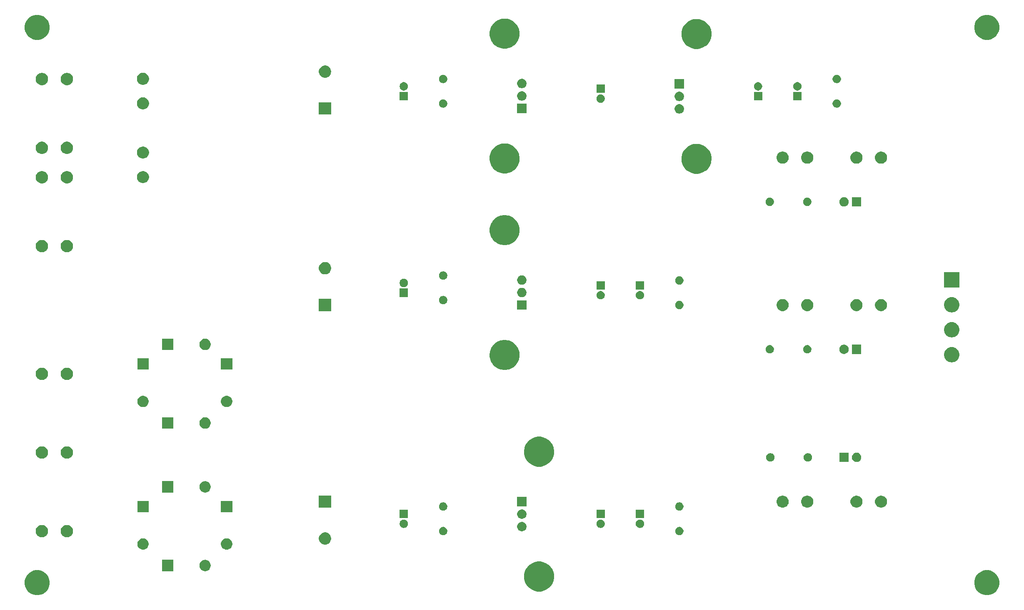
<source format=gbr>
G04 #@! TF.GenerationSoftware,KiCad,Pcbnew,(5.1.5)-3*
G04 #@! TF.CreationDate,2020-11-25T09:14:29-07:00*
G04 #@! TF.ProjectId,Power_Supply_THT,506f7765-725f-4537-9570-706c795f5448,rev?*
G04 #@! TF.SameCoordinates,Original*
G04 #@! TF.FileFunction,Soldermask,Bot*
G04 #@! TF.FilePolarity,Negative*
%FSLAX46Y46*%
G04 Gerber Fmt 4.6, Leading zero omitted, Abs format (unit mm)*
G04 Created by KiCad (PCBNEW (5.1.5)-3) date 2020-11-25 09:14:29*
%MOMM*%
%LPD*%
G04 APERTURE LIST*
%ADD10C,0.100000*%
G04 APERTURE END LIST*
D10*
G36*
X197244098Y-114047033D02*
G01*
X197708350Y-114239332D01*
X197708352Y-114239333D01*
X198126168Y-114518509D01*
X198481491Y-114873832D01*
X198760667Y-115291648D01*
X198760668Y-115291650D01*
X198952967Y-115755902D01*
X199051000Y-116248747D01*
X199051000Y-116751253D01*
X198952967Y-117244098D01*
X198760668Y-117708350D01*
X198760667Y-117708352D01*
X198481491Y-118126168D01*
X198126168Y-118481491D01*
X197708352Y-118760667D01*
X197708351Y-118760668D01*
X197708350Y-118760668D01*
X197244098Y-118952967D01*
X196751253Y-119051000D01*
X196248747Y-119051000D01*
X195755902Y-118952967D01*
X195291650Y-118760668D01*
X195291649Y-118760668D01*
X195291648Y-118760667D01*
X194873832Y-118481491D01*
X194518509Y-118126168D01*
X194239333Y-117708352D01*
X194239332Y-117708350D01*
X194047033Y-117244098D01*
X193949000Y-116751253D01*
X193949000Y-116248747D01*
X194047033Y-115755902D01*
X194239332Y-115291650D01*
X194239333Y-115291648D01*
X194518509Y-114873832D01*
X194873832Y-114518509D01*
X195291648Y-114239333D01*
X195291650Y-114239332D01*
X195755902Y-114047033D01*
X196248747Y-113949000D01*
X196751253Y-113949000D01*
X197244098Y-114047033D01*
G37*
G36*
X4244098Y-114047033D02*
G01*
X4708350Y-114239332D01*
X4708352Y-114239333D01*
X5126168Y-114518509D01*
X5481491Y-114873832D01*
X5760667Y-115291648D01*
X5760668Y-115291650D01*
X5952967Y-115755902D01*
X6051000Y-116248747D01*
X6051000Y-116751253D01*
X5952967Y-117244098D01*
X5760668Y-117708350D01*
X5760667Y-117708352D01*
X5481491Y-118126168D01*
X5126168Y-118481491D01*
X4708352Y-118760667D01*
X4708351Y-118760668D01*
X4708350Y-118760668D01*
X4244098Y-118952967D01*
X3751253Y-119051000D01*
X3248747Y-119051000D01*
X2755902Y-118952967D01*
X2291650Y-118760668D01*
X2291649Y-118760668D01*
X2291648Y-118760667D01*
X1873832Y-118481491D01*
X1518509Y-118126168D01*
X1239333Y-117708352D01*
X1239332Y-117708350D01*
X1047033Y-117244098D01*
X949000Y-116751253D01*
X949000Y-116248747D01*
X1047033Y-115755902D01*
X1239332Y-115291650D01*
X1239333Y-115291648D01*
X1518509Y-114873832D01*
X1873832Y-114518509D01*
X2291648Y-114239333D01*
X2291650Y-114239332D01*
X2755902Y-114047033D01*
X3248747Y-113949000D01*
X3751253Y-113949000D01*
X4244098Y-114047033D01*
G37*
G36*
X106095170Y-112247879D02*
G01*
X106389868Y-112306498D01*
X106945067Y-112536469D01*
X107230867Y-112727435D01*
X107444733Y-112870335D01*
X107869665Y-113295267D01*
X108012565Y-113509133D01*
X108203531Y-113794933D01*
X108433502Y-114350132D01*
X108433502Y-114350133D01*
X108537673Y-114873833D01*
X108550740Y-114939528D01*
X108550740Y-115540472D01*
X108433502Y-116129868D01*
X108203531Y-116685067D01*
X108012565Y-116970867D01*
X107869665Y-117184733D01*
X107444733Y-117609665D01*
X107230867Y-117752565D01*
X106945067Y-117943531D01*
X106389868Y-118173502D01*
X106095170Y-118232121D01*
X105800473Y-118290740D01*
X105199527Y-118290740D01*
X104904830Y-118232121D01*
X104610132Y-118173502D01*
X104054933Y-117943531D01*
X103769133Y-117752565D01*
X103555267Y-117609665D01*
X103130335Y-117184733D01*
X102987435Y-116970867D01*
X102796469Y-116685067D01*
X102566498Y-116129868D01*
X102449260Y-115540472D01*
X102449260Y-114939528D01*
X102462328Y-114873833D01*
X102566498Y-114350133D01*
X102566498Y-114350132D01*
X102796469Y-113794933D01*
X102987435Y-113509133D01*
X103130335Y-113295267D01*
X103555267Y-112870335D01*
X103769133Y-112727435D01*
X104054933Y-112536469D01*
X104610132Y-112306498D01*
X104904830Y-112247879D01*
X105199527Y-112189260D01*
X105800473Y-112189260D01*
X106095170Y-112247879D01*
G37*
G36*
X31151000Y-114151000D02*
G01*
X28849000Y-114151000D01*
X28849000Y-111849000D01*
X31151000Y-111849000D01*
X31151000Y-114151000D01*
G37*
G36*
X37844549Y-111871116D02*
G01*
X37955734Y-111893232D01*
X38165203Y-111979997D01*
X38353720Y-112105960D01*
X38514040Y-112266280D01*
X38640003Y-112454797D01*
X38726768Y-112664266D01*
X38771000Y-112886636D01*
X38771000Y-113113364D01*
X38726768Y-113335734D01*
X38640003Y-113545203D01*
X38514040Y-113733720D01*
X38353720Y-113894040D01*
X38165203Y-114020003D01*
X37955734Y-114106768D01*
X37844549Y-114128884D01*
X37733365Y-114151000D01*
X37506635Y-114151000D01*
X37395451Y-114128884D01*
X37284266Y-114106768D01*
X37074797Y-114020003D01*
X36886280Y-113894040D01*
X36725960Y-113733720D01*
X36599997Y-113545203D01*
X36513232Y-113335734D01*
X36469000Y-113113364D01*
X36469000Y-112886636D01*
X36513232Y-112664266D01*
X36599997Y-112454797D01*
X36725960Y-112266280D01*
X36886280Y-112105960D01*
X37074797Y-111979997D01*
X37284266Y-111893232D01*
X37395451Y-111871116D01*
X37506635Y-111849000D01*
X37733365Y-111849000D01*
X37844549Y-111871116D01*
G37*
G36*
X25224549Y-107491116D02*
G01*
X25335734Y-107513232D01*
X25545203Y-107599997D01*
X25733720Y-107725960D01*
X25894040Y-107886280D01*
X26020003Y-108074797D01*
X26020004Y-108074799D01*
X26027365Y-108092571D01*
X26106768Y-108284266D01*
X26151000Y-108506636D01*
X26151000Y-108733364D01*
X26106768Y-108955734D01*
X26020003Y-109165203D01*
X25894040Y-109353720D01*
X25733720Y-109514040D01*
X25545203Y-109640003D01*
X25335734Y-109726768D01*
X25224549Y-109748884D01*
X25113365Y-109771000D01*
X24886635Y-109771000D01*
X24775451Y-109748884D01*
X24664266Y-109726768D01*
X24454797Y-109640003D01*
X24266280Y-109514040D01*
X24105960Y-109353720D01*
X23979997Y-109165203D01*
X23893232Y-108955734D01*
X23849000Y-108733364D01*
X23849000Y-108506636D01*
X23893232Y-108284266D01*
X23972635Y-108092571D01*
X23979996Y-108074799D01*
X23979997Y-108074797D01*
X24105960Y-107886280D01*
X24266280Y-107725960D01*
X24454797Y-107599997D01*
X24664266Y-107513232D01*
X24775451Y-107491116D01*
X24886635Y-107469000D01*
X25113365Y-107469000D01*
X25224549Y-107491116D01*
G37*
G36*
X42224549Y-107491116D02*
G01*
X42335734Y-107513232D01*
X42545203Y-107599997D01*
X42733720Y-107725960D01*
X42894040Y-107886280D01*
X43020003Y-108074797D01*
X43020004Y-108074799D01*
X43027365Y-108092571D01*
X43106768Y-108284266D01*
X43151000Y-108506636D01*
X43151000Y-108733364D01*
X43106768Y-108955734D01*
X43020003Y-109165203D01*
X42894040Y-109353720D01*
X42733720Y-109514040D01*
X42545203Y-109640003D01*
X42335734Y-109726768D01*
X42224549Y-109748884D01*
X42113365Y-109771000D01*
X41886635Y-109771000D01*
X41775451Y-109748884D01*
X41664266Y-109726768D01*
X41454797Y-109640003D01*
X41266280Y-109514040D01*
X41105960Y-109353720D01*
X40979997Y-109165203D01*
X40893232Y-108955734D01*
X40849000Y-108733364D01*
X40849000Y-108506636D01*
X40893232Y-108284266D01*
X40972635Y-108092571D01*
X40979996Y-108074799D01*
X40979997Y-108074797D01*
X41105960Y-107886280D01*
X41266280Y-107725960D01*
X41454797Y-107599997D01*
X41664266Y-107513232D01*
X41775451Y-107491116D01*
X41886635Y-107469000D01*
X42113365Y-107469000D01*
X42224549Y-107491116D01*
G37*
G36*
X62364903Y-106297075D02*
G01*
X62592571Y-106391378D01*
X62797466Y-106528285D01*
X62971715Y-106702534D01*
X63070917Y-106851000D01*
X63108623Y-106907431D01*
X63202925Y-107135097D01*
X63251000Y-107376786D01*
X63251000Y-107623214D01*
X63202925Y-107864903D01*
X63115984Y-108074799D01*
X63108622Y-108092571D01*
X62971715Y-108297466D01*
X62797466Y-108471715D01*
X62592571Y-108608622D01*
X62592570Y-108608623D01*
X62592569Y-108608623D01*
X62364903Y-108702925D01*
X62123214Y-108751000D01*
X61876786Y-108751000D01*
X61635097Y-108702925D01*
X61407431Y-108608623D01*
X61407430Y-108608623D01*
X61407429Y-108608622D01*
X61202534Y-108471715D01*
X61028285Y-108297466D01*
X60891378Y-108092571D01*
X60884017Y-108074799D01*
X60797075Y-107864903D01*
X60749000Y-107623214D01*
X60749000Y-107376786D01*
X60797075Y-107135097D01*
X60891377Y-106907431D01*
X60929083Y-106851000D01*
X61028285Y-106702534D01*
X61202534Y-106528285D01*
X61407429Y-106391378D01*
X61635097Y-106297075D01*
X61876786Y-106249000D01*
X62123214Y-106249000D01*
X62364903Y-106297075D01*
G37*
G36*
X9904903Y-104797075D02*
G01*
X10132571Y-104891378D01*
X10337466Y-105028285D01*
X10511715Y-105202534D01*
X10602889Y-105338985D01*
X10648623Y-105407431D01*
X10742925Y-105635097D01*
X10791000Y-105876786D01*
X10791000Y-106123214D01*
X10742925Y-106364903D01*
X10675251Y-106528284D01*
X10648622Y-106592571D01*
X10511715Y-106797466D01*
X10337466Y-106971715D01*
X10132571Y-107108622D01*
X10132570Y-107108623D01*
X10132569Y-107108623D01*
X9904903Y-107202925D01*
X9663214Y-107251000D01*
X9416786Y-107251000D01*
X9175097Y-107202925D01*
X8947431Y-107108623D01*
X8947430Y-107108623D01*
X8947429Y-107108622D01*
X8742534Y-106971715D01*
X8568285Y-106797466D01*
X8431378Y-106592571D01*
X8404750Y-106528284D01*
X8337075Y-106364903D01*
X8289000Y-106123214D01*
X8289000Y-105876786D01*
X8337075Y-105635097D01*
X8431377Y-105407431D01*
X8477111Y-105338985D01*
X8568285Y-105202534D01*
X8742534Y-105028285D01*
X8947429Y-104891378D01*
X9175097Y-104797075D01*
X9416786Y-104749000D01*
X9663214Y-104749000D01*
X9904903Y-104797075D01*
G37*
G36*
X4824903Y-104797075D02*
G01*
X5052571Y-104891378D01*
X5257466Y-105028285D01*
X5431715Y-105202534D01*
X5522889Y-105338985D01*
X5568623Y-105407431D01*
X5662925Y-105635097D01*
X5711000Y-105876786D01*
X5711000Y-106123214D01*
X5662925Y-106364903D01*
X5595251Y-106528284D01*
X5568622Y-106592571D01*
X5431715Y-106797466D01*
X5257466Y-106971715D01*
X5052571Y-107108622D01*
X5052570Y-107108623D01*
X5052569Y-107108623D01*
X4824903Y-107202925D01*
X4583214Y-107251000D01*
X4336786Y-107251000D01*
X4095097Y-107202925D01*
X3867431Y-107108623D01*
X3867430Y-107108623D01*
X3867429Y-107108622D01*
X3662534Y-106971715D01*
X3488285Y-106797466D01*
X3351378Y-106592571D01*
X3324750Y-106528284D01*
X3257075Y-106364903D01*
X3209000Y-106123214D01*
X3209000Y-105876786D01*
X3257075Y-105635097D01*
X3351377Y-105407431D01*
X3397111Y-105338985D01*
X3488285Y-105202534D01*
X3662534Y-105028285D01*
X3867429Y-104891378D01*
X4095097Y-104797075D01*
X4336786Y-104749000D01*
X4583214Y-104749000D01*
X4824903Y-104797075D01*
G37*
G36*
X86248228Y-105181703D02*
G01*
X86403100Y-105245853D01*
X86542481Y-105338985D01*
X86661015Y-105457519D01*
X86754147Y-105596900D01*
X86818297Y-105751772D01*
X86851000Y-105916184D01*
X86851000Y-106083816D01*
X86818297Y-106248228D01*
X86754147Y-106403100D01*
X86661015Y-106542481D01*
X86542481Y-106661015D01*
X86403100Y-106754147D01*
X86248228Y-106818297D01*
X86083816Y-106851000D01*
X85916184Y-106851000D01*
X85751772Y-106818297D01*
X85596900Y-106754147D01*
X85457519Y-106661015D01*
X85338985Y-106542481D01*
X85245853Y-106403100D01*
X85181703Y-106248228D01*
X85149000Y-106083816D01*
X85149000Y-105916184D01*
X85181703Y-105751772D01*
X85245853Y-105596900D01*
X85338985Y-105457519D01*
X85457519Y-105338985D01*
X85596900Y-105245853D01*
X85751772Y-105181703D01*
X85916184Y-105149000D01*
X86083816Y-105149000D01*
X86248228Y-105181703D01*
G37*
G36*
X134248228Y-105181703D02*
G01*
X134403100Y-105245853D01*
X134542481Y-105338985D01*
X134661015Y-105457519D01*
X134754147Y-105596900D01*
X134818297Y-105751772D01*
X134851000Y-105916184D01*
X134851000Y-106083816D01*
X134818297Y-106248228D01*
X134754147Y-106403100D01*
X134661015Y-106542481D01*
X134542481Y-106661015D01*
X134403100Y-106754147D01*
X134248228Y-106818297D01*
X134083816Y-106851000D01*
X133916184Y-106851000D01*
X133751772Y-106818297D01*
X133596900Y-106754147D01*
X133457519Y-106661015D01*
X133338985Y-106542481D01*
X133245853Y-106403100D01*
X133181703Y-106248228D01*
X133149000Y-106083816D01*
X133149000Y-105916184D01*
X133181703Y-105751772D01*
X133245853Y-105596900D01*
X133338985Y-105457519D01*
X133457519Y-105338985D01*
X133596900Y-105245853D01*
X133751772Y-105181703D01*
X133916184Y-105149000D01*
X134083816Y-105149000D01*
X134248228Y-105181703D01*
G37*
G36*
X102277395Y-104165546D02*
G01*
X102450466Y-104237234D01*
X102527818Y-104288919D01*
X102606227Y-104341310D01*
X102738690Y-104473773D01*
X102738691Y-104473775D01*
X102842766Y-104629534D01*
X102914454Y-104802605D01*
X102951000Y-104986333D01*
X102951000Y-105173667D01*
X102914454Y-105357395D01*
X102842766Y-105530466D01*
X102842765Y-105530467D01*
X102738690Y-105686227D01*
X102606227Y-105818690D01*
X102527818Y-105871081D01*
X102450466Y-105922766D01*
X102277395Y-105994454D01*
X102093667Y-106031000D01*
X101906333Y-106031000D01*
X101722605Y-105994454D01*
X101549534Y-105922766D01*
X101472182Y-105871081D01*
X101393773Y-105818690D01*
X101261310Y-105686227D01*
X101157235Y-105530467D01*
X101157234Y-105530466D01*
X101085546Y-105357395D01*
X101049000Y-105173667D01*
X101049000Y-104986333D01*
X101085546Y-104802605D01*
X101157234Y-104629534D01*
X101261309Y-104473775D01*
X101261310Y-104473773D01*
X101393773Y-104341310D01*
X101472182Y-104288919D01*
X101549534Y-104237234D01*
X101722605Y-104165546D01*
X101906333Y-104129000D01*
X102093667Y-104129000D01*
X102277395Y-104165546D01*
G37*
G36*
X118248228Y-103681703D02*
G01*
X118403100Y-103745853D01*
X118542481Y-103838985D01*
X118661015Y-103957519D01*
X118754147Y-104096900D01*
X118818297Y-104251772D01*
X118851000Y-104416184D01*
X118851000Y-104583816D01*
X118818297Y-104748228D01*
X118754147Y-104903100D01*
X118661015Y-105042481D01*
X118542481Y-105161015D01*
X118403100Y-105254147D01*
X118248228Y-105318297D01*
X118083816Y-105351000D01*
X117916184Y-105351000D01*
X117751772Y-105318297D01*
X117596900Y-105254147D01*
X117457519Y-105161015D01*
X117338985Y-105042481D01*
X117245853Y-104903100D01*
X117181703Y-104748228D01*
X117149000Y-104583816D01*
X117149000Y-104416184D01*
X117181703Y-104251772D01*
X117245853Y-104096900D01*
X117338985Y-103957519D01*
X117457519Y-103838985D01*
X117596900Y-103745853D01*
X117751772Y-103681703D01*
X117916184Y-103649000D01*
X118083816Y-103649000D01*
X118248228Y-103681703D01*
G37*
G36*
X78248228Y-103681703D02*
G01*
X78403100Y-103745853D01*
X78542481Y-103838985D01*
X78661015Y-103957519D01*
X78754147Y-104096900D01*
X78818297Y-104251772D01*
X78851000Y-104416184D01*
X78851000Y-104583816D01*
X78818297Y-104748228D01*
X78754147Y-104903100D01*
X78661015Y-105042481D01*
X78542481Y-105161015D01*
X78403100Y-105254147D01*
X78248228Y-105318297D01*
X78083816Y-105351000D01*
X77916184Y-105351000D01*
X77751772Y-105318297D01*
X77596900Y-105254147D01*
X77457519Y-105161015D01*
X77338985Y-105042481D01*
X77245853Y-104903100D01*
X77181703Y-104748228D01*
X77149000Y-104583816D01*
X77149000Y-104416184D01*
X77181703Y-104251772D01*
X77245853Y-104096900D01*
X77338985Y-103957519D01*
X77457519Y-103838985D01*
X77596900Y-103745853D01*
X77751772Y-103681703D01*
X77916184Y-103649000D01*
X78083816Y-103649000D01*
X78248228Y-103681703D01*
G37*
G36*
X126248228Y-103681703D02*
G01*
X126403100Y-103745853D01*
X126542481Y-103838985D01*
X126661015Y-103957519D01*
X126754147Y-104096900D01*
X126818297Y-104251772D01*
X126851000Y-104416184D01*
X126851000Y-104583816D01*
X126818297Y-104748228D01*
X126754147Y-104903100D01*
X126661015Y-105042481D01*
X126542481Y-105161015D01*
X126403100Y-105254147D01*
X126248228Y-105318297D01*
X126083816Y-105351000D01*
X125916184Y-105351000D01*
X125751772Y-105318297D01*
X125596900Y-105254147D01*
X125457519Y-105161015D01*
X125338985Y-105042481D01*
X125245853Y-104903100D01*
X125181703Y-104748228D01*
X125149000Y-104583816D01*
X125149000Y-104416184D01*
X125181703Y-104251772D01*
X125245853Y-104096900D01*
X125338985Y-103957519D01*
X125457519Y-103838985D01*
X125596900Y-103745853D01*
X125751772Y-103681703D01*
X125916184Y-103649000D01*
X126083816Y-103649000D01*
X126248228Y-103681703D01*
G37*
G36*
X102277395Y-101625546D02*
G01*
X102450466Y-101697234D01*
X102450467Y-101697235D01*
X102606227Y-101801310D01*
X102738690Y-101933773D01*
X102738691Y-101933775D01*
X102842766Y-102089534D01*
X102914454Y-102262605D01*
X102951000Y-102446333D01*
X102951000Y-102633667D01*
X102914454Y-102817395D01*
X102842766Y-102990466D01*
X102842765Y-102990467D01*
X102738690Y-103146227D01*
X102606227Y-103278690D01*
X102527818Y-103331081D01*
X102450466Y-103382766D01*
X102277395Y-103454454D01*
X102093667Y-103491000D01*
X101906333Y-103491000D01*
X101722605Y-103454454D01*
X101549534Y-103382766D01*
X101472182Y-103331081D01*
X101393773Y-103278690D01*
X101261310Y-103146227D01*
X101157235Y-102990467D01*
X101157234Y-102990466D01*
X101085546Y-102817395D01*
X101049000Y-102633667D01*
X101049000Y-102446333D01*
X101085546Y-102262605D01*
X101157234Y-102089534D01*
X101261309Y-101933775D01*
X101261310Y-101933773D01*
X101393773Y-101801310D01*
X101549533Y-101697235D01*
X101549534Y-101697234D01*
X101722605Y-101625546D01*
X101906333Y-101589000D01*
X102093667Y-101589000D01*
X102277395Y-101625546D01*
G37*
G36*
X126851000Y-103351000D02*
G01*
X125149000Y-103351000D01*
X125149000Y-101649000D01*
X126851000Y-101649000D01*
X126851000Y-103351000D01*
G37*
G36*
X78851000Y-103351000D02*
G01*
X77149000Y-103351000D01*
X77149000Y-101649000D01*
X78851000Y-101649000D01*
X78851000Y-103351000D01*
G37*
G36*
X118851000Y-103351000D02*
G01*
X117149000Y-103351000D01*
X117149000Y-101649000D01*
X118851000Y-101649000D01*
X118851000Y-103351000D01*
G37*
G36*
X43151000Y-102151000D02*
G01*
X40849000Y-102151000D01*
X40849000Y-99849000D01*
X43151000Y-99849000D01*
X43151000Y-102151000D01*
G37*
G36*
X26151000Y-102151000D02*
G01*
X23849000Y-102151000D01*
X23849000Y-99849000D01*
X26151000Y-99849000D01*
X26151000Y-102151000D01*
G37*
G36*
X134248228Y-100181703D02*
G01*
X134403100Y-100245853D01*
X134542481Y-100338985D01*
X134661015Y-100457519D01*
X134754147Y-100596900D01*
X134818297Y-100751772D01*
X134851000Y-100916184D01*
X134851000Y-101083816D01*
X134818297Y-101248228D01*
X134754147Y-101403100D01*
X134661015Y-101542481D01*
X134542481Y-101661015D01*
X134403100Y-101754147D01*
X134248228Y-101818297D01*
X134083816Y-101851000D01*
X133916184Y-101851000D01*
X133751772Y-101818297D01*
X133596900Y-101754147D01*
X133457519Y-101661015D01*
X133338985Y-101542481D01*
X133245853Y-101403100D01*
X133181703Y-101248228D01*
X133149000Y-101083816D01*
X133149000Y-100916184D01*
X133181703Y-100751772D01*
X133245853Y-100596900D01*
X133338985Y-100457519D01*
X133457519Y-100338985D01*
X133596900Y-100245853D01*
X133751772Y-100181703D01*
X133916184Y-100149000D01*
X134083816Y-100149000D01*
X134248228Y-100181703D01*
G37*
G36*
X86248228Y-100181703D02*
G01*
X86403100Y-100245853D01*
X86542481Y-100338985D01*
X86661015Y-100457519D01*
X86754147Y-100596900D01*
X86818297Y-100751772D01*
X86851000Y-100916184D01*
X86851000Y-101083816D01*
X86818297Y-101248228D01*
X86754147Y-101403100D01*
X86661015Y-101542481D01*
X86542481Y-101661015D01*
X86403100Y-101754147D01*
X86248228Y-101818297D01*
X86083816Y-101851000D01*
X85916184Y-101851000D01*
X85751772Y-101818297D01*
X85596900Y-101754147D01*
X85457519Y-101661015D01*
X85338985Y-101542481D01*
X85245853Y-101403100D01*
X85181703Y-101248228D01*
X85149000Y-101083816D01*
X85149000Y-100916184D01*
X85181703Y-100751772D01*
X85245853Y-100596900D01*
X85338985Y-100457519D01*
X85457519Y-100338985D01*
X85596900Y-100245853D01*
X85751772Y-100181703D01*
X85916184Y-100149000D01*
X86083816Y-100149000D01*
X86248228Y-100181703D01*
G37*
G36*
X63251000Y-101251000D02*
G01*
X60749000Y-101251000D01*
X60749000Y-98749000D01*
X63251000Y-98749000D01*
X63251000Y-101251000D01*
G37*
G36*
X170357610Y-98821114D02*
G01*
X170580727Y-98913532D01*
X170580729Y-98913533D01*
X170631269Y-98947303D01*
X170781529Y-99047703D01*
X170952297Y-99218471D01*
X171086468Y-99419273D01*
X171178886Y-99642390D01*
X171226000Y-99879248D01*
X171226000Y-100120752D01*
X171178886Y-100357610D01*
X171086468Y-100580727D01*
X170952297Y-100781529D01*
X170781529Y-100952297D01*
X170631269Y-101052697D01*
X170580729Y-101086467D01*
X170580728Y-101086468D01*
X170580727Y-101086468D01*
X170357610Y-101178886D01*
X170120752Y-101226000D01*
X169879248Y-101226000D01*
X169642390Y-101178886D01*
X169419273Y-101086468D01*
X169419272Y-101086468D01*
X169419271Y-101086467D01*
X169368731Y-101052697D01*
X169218471Y-100952297D01*
X169047703Y-100781529D01*
X168913532Y-100580727D01*
X168821114Y-100357610D01*
X168774000Y-100120752D01*
X168774000Y-99879248D01*
X168821114Y-99642390D01*
X168913532Y-99419273D01*
X169047703Y-99218471D01*
X169218471Y-99047703D01*
X169368731Y-98947303D01*
X169419271Y-98913533D01*
X169419273Y-98913532D01*
X169642390Y-98821114D01*
X169879248Y-98774000D01*
X170120752Y-98774000D01*
X170357610Y-98821114D01*
G37*
G36*
X175357610Y-98821114D02*
G01*
X175580727Y-98913532D01*
X175580729Y-98913533D01*
X175631269Y-98947303D01*
X175781529Y-99047703D01*
X175952297Y-99218471D01*
X176086468Y-99419273D01*
X176178886Y-99642390D01*
X176226000Y-99879248D01*
X176226000Y-100120752D01*
X176178886Y-100357610D01*
X176086468Y-100580727D01*
X175952297Y-100781529D01*
X175781529Y-100952297D01*
X175631269Y-101052697D01*
X175580729Y-101086467D01*
X175580728Y-101086468D01*
X175580727Y-101086468D01*
X175357610Y-101178886D01*
X175120752Y-101226000D01*
X174879248Y-101226000D01*
X174642390Y-101178886D01*
X174419273Y-101086468D01*
X174419272Y-101086468D01*
X174419271Y-101086467D01*
X174368731Y-101052697D01*
X174218471Y-100952297D01*
X174047703Y-100781529D01*
X173913532Y-100580727D01*
X173821114Y-100357610D01*
X173774000Y-100120752D01*
X173774000Y-99879248D01*
X173821114Y-99642390D01*
X173913532Y-99419273D01*
X174047703Y-99218471D01*
X174218471Y-99047703D01*
X174368731Y-98947303D01*
X174419271Y-98913533D01*
X174419273Y-98913532D01*
X174642390Y-98821114D01*
X174879248Y-98774000D01*
X175120752Y-98774000D01*
X175357610Y-98821114D01*
G37*
G36*
X160357610Y-98821114D02*
G01*
X160580727Y-98913532D01*
X160580729Y-98913533D01*
X160631269Y-98947303D01*
X160781529Y-99047703D01*
X160952297Y-99218471D01*
X161086468Y-99419273D01*
X161178886Y-99642390D01*
X161226000Y-99879248D01*
X161226000Y-100120752D01*
X161178886Y-100357610D01*
X161086468Y-100580727D01*
X160952297Y-100781529D01*
X160781529Y-100952297D01*
X160631269Y-101052697D01*
X160580729Y-101086467D01*
X160580728Y-101086468D01*
X160580727Y-101086468D01*
X160357610Y-101178886D01*
X160120752Y-101226000D01*
X159879248Y-101226000D01*
X159642390Y-101178886D01*
X159419273Y-101086468D01*
X159419272Y-101086468D01*
X159419271Y-101086467D01*
X159368731Y-101052697D01*
X159218471Y-100952297D01*
X159047703Y-100781529D01*
X158913532Y-100580727D01*
X158821114Y-100357610D01*
X158774000Y-100120752D01*
X158774000Y-99879248D01*
X158821114Y-99642390D01*
X158913532Y-99419273D01*
X159047703Y-99218471D01*
X159218471Y-99047703D01*
X159368731Y-98947303D01*
X159419271Y-98913533D01*
X159419273Y-98913532D01*
X159642390Y-98821114D01*
X159879248Y-98774000D01*
X160120752Y-98774000D01*
X160357610Y-98821114D01*
G37*
G36*
X155357610Y-98821114D02*
G01*
X155580727Y-98913532D01*
X155580729Y-98913533D01*
X155631269Y-98947303D01*
X155781529Y-99047703D01*
X155952297Y-99218471D01*
X156086468Y-99419273D01*
X156178886Y-99642390D01*
X156226000Y-99879248D01*
X156226000Y-100120752D01*
X156178886Y-100357610D01*
X156086468Y-100580727D01*
X155952297Y-100781529D01*
X155781529Y-100952297D01*
X155631269Y-101052697D01*
X155580729Y-101086467D01*
X155580728Y-101086468D01*
X155580727Y-101086468D01*
X155357610Y-101178886D01*
X155120752Y-101226000D01*
X154879248Y-101226000D01*
X154642390Y-101178886D01*
X154419273Y-101086468D01*
X154419272Y-101086468D01*
X154419271Y-101086467D01*
X154368731Y-101052697D01*
X154218471Y-100952297D01*
X154047703Y-100781529D01*
X153913532Y-100580727D01*
X153821114Y-100357610D01*
X153774000Y-100120752D01*
X153774000Y-99879248D01*
X153821114Y-99642390D01*
X153913532Y-99419273D01*
X154047703Y-99218471D01*
X154218471Y-99047703D01*
X154368731Y-98947303D01*
X154419271Y-98913533D01*
X154419273Y-98913532D01*
X154642390Y-98821114D01*
X154879248Y-98774000D01*
X155120752Y-98774000D01*
X155357610Y-98821114D01*
G37*
G36*
X102951000Y-100951000D02*
G01*
X101049000Y-100951000D01*
X101049000Y-99049000D01*
X102951000Y-99049000D01*
X102951000Y-100951000D01*
G37*
G36*
X37844549Y-95871116D02*
G01*
X37955734Y-95893232D01*
X38165203Y-95979997D01*
X38353720Y-96105960D01*
X38514040Y-96266280D01*
X38640003Y-96454797D01*
X38726768Y-96664266D01*
X38771000Y-96886636D01*
X38771000Y-97113364D01*
X38726768Y-97335734D01*
X38640003Y-97545203D01*
X38514040Y-97733720D01*
X38353720Y-97894040D01*
X38165203Y-98020003D01*
X37955734Y-98106768D01*
X37844549Y-98128884D01*
X37733365Y-98151000D01*
X37506635Y-98151000D01*
X37395451Y-98128884D01*
X37284266Y-98106768D01*
X37074797Y-98020003D01*
X36886280Y-97894040D01*
X36725960Y-97733720D01*
X36599997Y-97545203D01*
X36513232Y-97335734D01*
X36469000Y-97113364D01*
X36469000Y-96886636D01*
X36513232Y-96664266D01*
X36599997Y-96454797D01*
X36725960Y-96266280D01*
X36886280Y-96105960D01*
X37074797Y-95979997D01*
X37284266Y-95893232D01*
X37395451Y-95871116D01*
X37506635Y-95849000D01*
X37733365Y-95849000D01*
X37844549Y-95871116D01*
G37*
G36*
X31151000Y-98151000D02*
G01*
X28849000Y-98151000D01*
X28849000Y-95849000D01*
X31151000Y-95849000D01*
X31151000Y-98151000D01*
G37*
G36*
X106095170Y-86847879D02*
G01*
X106389868Y-86906498D01*
X106945067Y-87136469D01*
X107230867Y-87327435D01*
X107444733Y-87470335D01*
X107869665Y-87895267D01*
X108012565Y-88109133D01*
X108203531Y-88394933D01*
X108433502Y-88950132D01*
X108483708Y-89202534D01*
X108550740Y-89539527D01*
X108550740Y-90140473D01*
X108526704Y-90261309D01*
X108433502Y-90729868D01*
X108203531Y-91285067D01*
X108031533Y-91542480D01*
X107869665Y-91784733D01*
X107444733Y-92209665D01*
X107230867Y-92352565D01*
X106945067Y-92543531D01*
X106389868Y-92773502D01*
X106095170Y-92832121D01*
X105800473Y-92890740D01*
X105199527Y-92890740D01*
X104904830Y-92832121D01*
X104610132Y-92773502D01*
X104054933Y-92543531D01*
X103769133Y-92352565D01*
X103555267Y-92209665D01*
X103130335Y-91784733D01*
X102968467Y-91542480D01*
X102796469Y-91285067D01*
X102566498Y-90729868D01*
X102473296Y-90261309D01*
X102449260Y-90140473D01*
X102449260Y-89539527D01*
X102516292Y-89202534D01*
X102566498Y-88950132D01*
X102796469Y-88394933D01*
X102987435Y-88109133D01*
X103130335Y-87895267D01*
X103555267Y-87470335D01*
X103769133Y-87327435D01*
X104054933Y-87136469D01*
X104610132Y-86906498D01*
X104904830Y-86847879D01*
X105199527Y-86789260D01*
X105800473Y-86789260D01*
X106095170Y-86847879D01*
G37*
G36*
X170317395Y-90085546D02*
G01*
X170490466Y-90157234D01*
X170490467Y-90157235D01*
X170646227Y-90261310D01*
X170778690Y-90393773D01*
X170821284Y-90457520D01*
X170882766Y-90549534D01*
X170954454Y-90722605D01*
X170991000Y-90906333D01*
X170991000Y-91093667D01*
X170954454Y-91277395D01*
X170882766Y-91450466D01*
X170882765Y-91450467D01*
X170778690Y-91606227D01*
X170646227Y-91738690D01*
X170623092Y-91754148D01*
X170490466Y-91842766D01*
X170317395Y-91914454D01*
X170133667Y-91951000D01*
X169946333Y-91951000D01*
X169762605Y-91914454D01*
X169589534Y-91842766D01*
X169456908Y-91754148D01*
X169433773Y-91738690D01*
X169301310Y-91606227D01*
X169197235Y-91450467D01*
X169197234Y-91450466D01*
X169125546Y-91277395D01*
X169089000Y-91093667D01*
X169089000Y-90906333D01*
X169125546Y-90722605D01*
X169197234Y-90549534D01*
X169258716Y-90457520D01*
X169301310Y-90393773D01*
X169433773Y-90261310D01*
X169589533Y-90157235D01*
X169589534Y-90157234D01*
X169762605Y-90085546D01*
X169946333Y-90049000D01*
X170133667Y-90049000D01*
X170317395Y-90085546D01*
G37*
G36*
X168451000Y-91951000D02*
G01*
X166549000Y-91951000D01*
X166549000Y-90049000D01*
X168451000Y-90049000D01*
X168451000Y-91951000D01*
G37*
G36*
X152748228Y-90181703D02*
G01*
X152903100Y-90245853D01*
X153042481Y-90338985D01*
X153161015Y-90457519D01*
X153254147Y-90596900D01*
X153318297Y-90751772D01*
X153351000Y-90916184D01*
X153351000Y-91083816D01*
X153318297Y-91248228D01*
X153254147Y-91403100D01*
X153161015Y-91542481D01*
X153042481Y-91661015D01*
X152903100Y-91754147D01*
X152748228Y-91818297D01*
X152583816Y-91851000D01*
X152416184Y-91851000D01*
X152251772Y-91818297D01*
X152096900Y-91754147D01*
X151957519Y-91661015D01*
X151838985Y-91542481D01*
X151745853Y-91403100D01*
X151681703Y-91248228D01*
X151649000Y-91083816D01*
X151649000Y-90916184D01*
X151681703Y-90751772D01*
X151745853Y-90596900D01*
X151838985Y-90457519D01*
X151957519Y-90338985D01*
X152096900Y-90245853D01*
X152251772Y-90181703D01*
X152416184Y-90149000D01*
X152583816Y-90149000D01*
X152748228Y-90181703D01*
G37*
G36*
X160368228Y-90181703D02*
G01*
X160523100Y-90245853D01*
X160662481Y-90338985D01*
X160781015Y-90457519D01*
X160874147Y-90596900D01*
X160938297Y-90751772D01*
X160971000Y-90916184D01*
X160971000Y-91083816D01*
X160938297Y-91248228D01*
X160874147Y-91403100D01*
X160781015Y-91542481D01*
X160662481Y-91661015D01*
X160523100Y-91754147D01*
X160368228Y-91818297D01*
X160203816Y-91851000D01*
X160036184Y-91851000D01*
X159871772Y-91818297D01*
X159716900Y-91754147D01*
X159577519Y-91661015D01*
X159458985Y-91542481D01*
X159365853Y-91403100D01*
X159301703Y-91248228D01*
X159269000Y-91083816D01*
X159269000Y-90916184D01*
X159301703Y-90751772D01*
X159365853Y-90596900D01*
X159458985Y-90457519D01*
X159577519Y-90338985D01*
X159716900Y-90245853D01*
X159871772Y-90181703D01*
X160036184Y-90149000D01*
X160203816Y-90149000D01*
X160368228Y-90181703D01*
G37*
G36*
X9904903Y-88797075D02*
G01*
X10132571Y-88891378D01*
X10337466Y-89028285D01*
X10511715Y-89202534D01*
X10511716Y-89202536D01*
X10648623Y-89407431D01*
X10742925Y-89635097D01*
X10791000Y-89876786D01*
X10791000Y-90123214D01*
X10742925Y-90364903D01*
X10666449Y-90549534D01*
X10648622Y-90592571D01*
X10511715Y-90797466D01*
X10337466Y-90971715D01*
X10132571Y-91108622D01*
X10132570Y-91108623D01*
X10132569Y-91108623D01*
X9904903Y-91202925D01*
X9663214Y-91251000D01*
X9416786Y-91251000D01*
X9175097Y-91202925D01*
X8947431Y-91108623D01*
X8947430Y-91108623D01*
X8947429Y-91108622D01*
X8742534Y-90971715D01*
X8568285Y-90797466D01*
X8431378Y-90592571D01*
X8413552Y-90549534D01*
X8337075Y-90364903D01*
X8289000Y-90123214D01*
X8289000Y-89876786D01*
X8337075Y-89635097D01*
X8431377Y-89407431D01*
X8568284Y-89202536D01*
X8568285Y-89202534D01*
X8742534Y-89028285D01*
X8947429Y-88891378D01*
X9175097Y-88797075D01*
X9416786Y-88749000D01*
X9663214Y-88749000D01*
X9904903Y-88797075D01*
G37*
G36*
X4824903Y-88797075D02*
G01*
X5052571Y-88891378D01*
X5257466Y-89028285D01*
X5431715Y-89202534D01*
X5431716Y-89202536D01*
X5568623Y-89407431D01*
X5662925Y-89635097D01*
X5711000Y-89876786D01*
X5711000Y-90123214D01*
X5662925Y-90364903D01*
X5586449Y-90549534D01*
X5568622Y-90592571D01*
X5431715Y-90797466D01*
X5257466Y-90971715D01*
X5052571Y-91108622D01*
X5052570Y-91108623D01*
X5052569Y-91108623D01*
X4824903Y-91202925D01*
X4583214Y-91251000D01*
X4336786Y-91251000D01*
X4095097Y-91202925D01*
X3867431Y-91108623D01*
X3867430Y-91108623D01*
X3867429Y-91108622D01*
X3662534Y-90971715D01*
X3488285Y-90797466D01*
X3351378Y-90592571D01*
X3333552Y-90549534D01*
X3257075Y-90364903D01*
X3209000Y-90123214D01*
X3209000Y-89876786D01*
X3257075Y-89635097D01*
X3351377Y-89407431D01*
X3488284Y-89202536D01*
X3488285Y-89202534D01*
X3662534Y-89028285D01*
X3867429Y-88891378D01*
X4095097Y-88797075D01*
X4336786Y-88749000D01*
X4583214Y-88749000D01*
X4824903Y-88797075D01*
G37*
G36*
X37844549Y-82871116D02*
G01*
X37955734Y-82893232D01*
X38165203Y-82979997D01*
X38353720Y-83105960D01*
X38514040Y-83266280D01*
X38640003Y-83454797D01*
X38726768Y-83664266D01*
X38771000Y-83886636D01*
X38771000Y-84113364D01*
X38726768Y-84335734D01*
X38640003Y-84545203D01*
X38514040Y-84733720D01*
X38353720Y-84894040D01*
X38165203Y-85020003D01*
X37955734Y-85106768D01*
X37844549Y-85128884D01*
X37733365Y-85151000D01*
X37506635Y-85151000D01*
X37395451Y-85128884D01*
X37284266Y-85106768D01*
X37074797Y-85020003D01*
X36886280Y-84894040D01*
X36725960Y-84733720D01*
X36599997Y-84545203D01*
X36513232Y-84335734D01*
X36469000Y-84113364D01*
X36469000Y-83886636D01*
X36513232Y-83664266D01*
X36599997Y-83454797D01*
X36725960Y-83266280D01*
X36886280Y-83105960D01*
X37074797Y-82979997D01*
X37284266Y-82893232D01*
X37395451Y-82871116D01*
X37506635Y-82849000D01*
X37733365Y-82849000D01*
X37844549Y-82871116D01*
G37*
G36*
X31151000Y-85151000D02*
G01*
X28849000Y-85151000D01*
X28849000Y-82849000D01*
X31151000Y-82849000D01*
X31151000Y-85151000D01*
G37*
G36*
X25224549Y-78491116D02*
G01*
X25335734Y-78513232D01*
X25545203Y-78599997D01*
X25733720Y-78725960D01*
X25894040Y-78886280D01*
X26020003Y-79074797D01*
X26106768Y-79284266D01*
X26151000Y-79506636D01*
X26151000Y-79733364D01*
X26106768Y-79955734D01*
X26020003Y-80165203D01*
X25894040Y-80353720D01*
X25733720Y-80514040D01*
X25545203Y-80640003D01*
X25335734Y-80726768D01*
X25224549Y-80748884D01*
X25113365Y-80771000D01*
X24886635Y-80771000D01*
X24775451Y-80748884D01*
X24664266Y-80726768D01*
X24454797Y-80640003D01*
X24266280Y-80514040D01*
X24105960Y-80353720D01*
X23979997Y-80165203D01*
X23893232Y-79955734D01*
X23849000Y-79733364D01*
X23849000Y-79506636D01*
X23893232Y-79284266D01*
X23979997Y-79074797D01*
X24105960Y-78886280D01*
X24266280Y-78725960D01*
X24454797Y-78599997D01*
X24664266Y-78513232D01*
X24775451Y-78491116D01*
X24886635Y-78469000D01*
X25113365Y-78469000D01*
X25224549Y-78491116D01*
G37*
G36*
X42224549Y-78491116D02*
G01*
X42335734Y-78513232D01*
X42545203Y-78599997D01*
X42733720Y-78725960D01*
X42894040Y-78886280D01*
X43020003Y-79074797D01*
X43106768Y-79284266D01*
X43151000Y-79506636D01*
X43151000Y-79733364D01*
X43106768Y-79955734D01*
X43020003Y-80165203D01*
X42894040Y-80353720D01*
X42733720Y-80514040D01*
X42545203Y-80640003D01*
X42335734Y-80726768D01*
X42224549Y-80748884D01*
X42113365Y-80771000D01*
X41886635Y-80771000D01*
X41775451Y-80748884D01*
X41664266Y-80726768D01*
X41454797Y-80640003D01*
X41266280Y-80514040D01*
X41105960Y-80353720D01*
X40979997Y-80165203D01*
X40893232Y-79955734D01*
X40849000Y-79733364D01*
X40849000Y-79506636D01*
X40893232Y-79284266D01*
X40979997Y-79074797D01*
X41105960Y-78886280D01*
X41266280Y-78725960D01*
X41454797Y-78599997D01*
X41664266Y-78513232D01*
X41775451Y-78491116D01*
X41886635Y-78469000D01*
X42113365Y-78469000D01*
X42224549Y-78491116D01*
G37*
G36*
X4824903Y-72797075D02*
G01*
X4985343Y-72863531D01*
X5052571Y-72891378D01*
X5257466Y-73028285D01*
X5431715Y-73202534D01*
X5568622Y-73407429D01*
X5662925Y-73635097D01*
X5711000Y-73876787D01*
X5711000Y-74123213D01*
X5662925Y-74364903D01*
X5568622Y-74592571D01*
X5431715Y-74797466D01*
X5257466Y-74971715D01*
X5052571Y-75108622D01*
X5052570Y-75108623D01*
X5052569Y-75108623D01*
X4824903Y-75202925D01*
X4583214Y-75251000D01*
X4336786Y-75251000D01*
X4095097Y-75202925D01*
X3867431Y-75108623D01*
X3867430Y-75108623D01*
X3867429Y-75108622D01*
X3662534Y-74971715D01*
X3488285Y-74797466D01*
X3351378Y-74592571D01*
X3257075Y-74364903D01*
X3209000Y-74123213D01*
X3209000Y-73876787D01*
X3257075Y-73635097D01*
X3351378Y-73407429D01*
X3488285Y-73202534D01*
X3662534Y-73028285D01*
X3867429Y-72891378D01*
X3934658Y-72863531D01*
X4095097Y-72797075D01*
X4336786Y-72749000D01*
X4583214Y-72749000D01*
X4824903Y-72797075D01*
G37*
G36*
X9904903Y-72797075D02*
G01*
X10065343Y-72863531D01*
X10132571Y-72891378D01*
X10337466Y-73028285D01*
X10511715Y-73202534D01*
X10648622Y-73407429D01*
X10742925Y-73635097D01*
X10791000Y-73876787D01*
X10791000Y-74123213D01*
X10742925Y-74364903D01*
X10648622Y-74592571D01*
X10511715Y-74797466D01*
X10337466Y-74971715D01*
X10132571Y-75108622D01*
X10132570Y-75108623D01*
X10132569Y-75108623D01*
X9904903Y-75202925D01*
X9663214Y-75251000D01*
X9416786Y-75251000D01*
X9175097Y-75202925D01*
X8947431Y-75108623D01*
X8947430Y-75108623D01*
X8947429Y-75108622D01*
X8742534Y-74971715D01*
X8568285Y-74797466D01*
X8431378Y-74592571D01*
X8337075Y-74364903D01*
X8289000Y-74123213D01*
X8289000Y-73876787D01*
X8337075Y-73635097D01*
X8431378Y-73407429D01*
X8568285Y-73202534D01*
X8742534Y-73028285D01*
X8947429Y-72891378D01*
X9014658Y-72863531D01*
X9175097Y-72797075D01*
X9416786Y-72749000D01*
X9663214Y-72749000D01*
X9904903Y-72797075D01*
G37*
G36*
X99095170Y-67167879D02*
G01*
X99389868Y-67226498D01*
X99945067Y-67456469D01*
X100230867Y-67647435D01*
X100444733Y-67790335D01*
X100869665Y-68215267D01*
X100950157Y-68335733D01*
X101203531Y-68714933D01*
X101433502Y-69270132D01*
X101492121Y-69564830D01*
X101529779Y-69754147D01*
X101550740Y-69859528D01*
X101550740Y-70460472D01*
X101433502Y-71049868D01*
X101203531Y-71605067D01*
X101012565Y-71890867D01*
X100869665Y-72104733D01*
X100444733Y-72529665D01*
X100230867Y-72672565D01*
X99945067Y-72863531D01*
X99389868Y-73093502D01*
X99100806Y-73151000D01*
X98800473Y-73210740D01*
X98199527Y-73210740D01*
X97899194Y-73151000D01*
X97610132Y-73093502D01*
X97054933Y-72863531D01*
X96769133Y-72672565D01*
X96555267Y-72529665D01*
X96130335Y-72104733D01*
X95987435Y-71890867D01*
X95796469Y-71605067D01*
X95566498Y-71049868D01*
X95449260Y-70460472D01*
X95449260Y-69859528D01*
X95470222Y-69754147D01*
X95507879Y-69564830D01*
X95566498Y-69270132D01*
X95796469Y-68714933D01*
X96049843Y-68335733D01*
X96130335Y-68215267D01*
X96555267Y-67790335D01*
X96769133Y-67647435D01*
X97054933Y-67456469D01*
X97610132Y-67226498D01*
X97904830Y-67167879D01*
X98199527Y-67109260D01*
X98800473Y-67109260D01*
X99095170Y-67167879D01*
G37*
G36*
X26151000Y-73151000D02*
G01*
X23849000Y-73151000D01*
X23849000Y-70849000D01*
X26151000Y-70849000D01*
X26151000Y-73151000D01*
G37*
G36*
X43151000Y-73151000D02*
G01*
X40849000Y-73151000D01*
X40849000Y-70849000D01*
X43151000Y-70849000D01*
X43151000Y-73151000D01*
G37*
G36*
X189659585Y-68582802D02*
G01*
X189809410Y-68612604D01*
X190091674Y-68729521D01*
X190345705Y-68899259D01*
X190561741Y-69115295D01*
X190731479Y-69369326D01*
X190848396Y-69651590D01*
X190908000Y-69951240D01*
X190908000Y-70256760D01*
X190848396Y-70556410D01*
X190731479Y-70838674D01*
X190561741Y-71092705D01*
X190345705Y-71308741D01*
X190091674Y-71478479D01*
X189809410Y-71595396D01*
X189659585Y-71625198D01*
X189509761Y-71655000D01*
X189204239Y-71655000D01*
X189054415Y-71625198D01*
X188904590Y-71595396D01*
X188622326Y-71478479D01*
X188368295Y-71308741D01*
X188152259Y-71092705D01*
X187982521Y-70838674D01*
X187865604Y-70556410D01*
X187806000Y-70256760D01*
X187806000Y-69951240D01*
X187865604Y-69651590D01*
X187982521Y-69369326D01*
X188152259Y-69115295D01*
X188368295Y-68899259D01*
X188622326Y-68729521D01*
X188904590Y-68612604D01*
X189054415Y-68582802D01*
X189204239Y-68553000D01*
X189509761Y-68553000D01*
X189659585Y-68582802D01*
G37*
G36*
X167737395Y-68085546D02*
G01*
X167910466Y-68157234D01*
X167910467Y-68157235D01*
X168066227Y-68261310D01*
X168198690Y-68393773D01*
X168241284Y-68457520D01*
X168302766Y-68549534D01*
X168374454Y-68722605D01*
X168411000Y-68906333D01*
X168411000Y-69093667D01*
X168374454Y-69277395D01*
X168302766Y-69450466D01*
X168302765Y-69450467D01*
X168198690Y-69606227D01*
X168066227Y-69738690D01*
X168043092Y-69754148D01*
X167910466Y-69842766D01*
X167737395Y-69914454D01*
X167553667Y-69951000D01*
X167366333Y-69951000D01*
X167182605Y-69914454D01*
X167009534Y-69842766D01*
X166876908Y-69754148D01*
X166853773Y-69738690D01*
X166721310Y-69606227D01*
X166617235Y-69450467D01*
X166617234Y-69450466D01*
X166545546Y-69277395D01*
X166509000Y-69093667D01*
X166509000Y-68906333D01*
X166545546Y-68722605D01*
X166617234Y-68549534D01*
X166678716Y-68457520D01*
X166721310Y-68393773D01*
X166853773Y-68261310D01*
X167009533Y-68157235D01*
X167009534Y-68157234D01*
X167182605Y-68085546D01*
X167366333Y-68049000D01*
X167553667Y-68049000D01*
X167737395Y-68085546D01*
G37*
G36*
X170951000Y-69951000D02*
G01*
X169049000Y-69951000D01*
X169049000Y-68049000D01*
X170951000Y-68049000D01*
X170951000Y-69951000D01*
G37*
G36*
X160248228Y-68181703D02*
G01*
X160403100Y-68245853D01*
X160542481Y-68338985D01*
X160661015Y-68457519D01*
X160754147Y-68596900D01*
X160818297Y-68751772D01*
X160851000Y-68916184D01*
X160851000Y-69083816D01*
X160818297Y-69248228D01*
X160754147Y-69403100D01*
X160661015Y-69542481D01*
X160542481Y-69661015D01*
X160403100Y-69754147D01*
X160248228Y-69818297D01*
X160083816Y-69851000D01*
X159916184Y-69851000D01*
X159751772Y-69818297D01*
X159596900Y-69754147D01*
X159457519Y-69661015D01*
X159338985Y-69542481D01*
X159245853Y-69403100D01*
X159181703Y-69248228D01*
X159149000Y-69083816D01*
X159149000Y-68916184D01*
X159181703Y-68751772D01*
X159245853Y-68596900D01*
X159338985Y-68457519D01*
X159457519Y-68338985D01*
X159596900Y-68245853D01*
X159751772Y-68181703D01*
X159916184Y-68149000D01*
X160083816Y-68149000D01*
X160248228Y-68181703D01*
G37*
G36*
X152628228Y-68181703D02*
G01*
X152783100Y-68245853D01*
X152922481Y-68338985D01*
X153041015Y-68457519D01*
X153134147Y-68596900D01*
X153198297Y-68751772D01*
X153231000Y-68916184D01*
X153231000Y-69083816D01*
X153198297Y-69248228D01*
X153134147Y-69403100D01*
X153041015Y-69542481D01*
X152922481Y-69661015D01*
X152783100Y-69754147D01*
X152628228Y-69818297D01*
X152463816Y-69851000D01*
X152296184Y-69851000D01*
X152131772Y-69818297D01*
X151976900Y-69754147D01*
X151837519Y-69661015D01*
X151718985Y-69542481D01*
X151625853Y-69403100D01*
X151561703Y-69248228D01*
X151529000Y-69083816D01*
X151529000Y-68916184D01*
X151561703Y-68751772D01*
X151625853Y-68596900D01*
X151718985Y-68457519D01*
X151837519Y-68338985D01*
X151976900Y-68245853D01*
X152131772Y-68181703D01*
X152296184Y-68149000D01*
X152463816Y-68149000D01*
X152628228Y-68181703D01*
G37*
G36*
X37844549Y-66871116D02*
G01*
X37955734Y-66893232D01*
X38165203Y-66979997D01*
X38353720Y-67105960D01*
X38514040Y-67266280D01*
X38640003Y-67454797D01*
X38726768Y-67664266D01*
X38771000Y-67886636D01*
X38771000Y-68113364D01*
X38726768Y-68335734D01*
X38640003Y-68545203D01*
X38514040Y-68733720D01*
X38353720Y-68894040D01*
X38165203Y-69020003D01*
X37955734Y-69106768D01*
X37844549Y-69128884D01*
X37733365Y-69151000D01*
X37506635Y-69151000D01*
X37395451Y-69128884D01*
X37284266Y-69106768D01*
X37074797Y-69020003D01*
X36886280Y-68894040D01*
X36725960Y-68733720D01*
X36599997Y-68545203D01*
X36513232Y-68335734D01*
X36469000Y-68113364D01*
X36469000Y-67886636D01*
X36513232Y-67664266D01*
X36599997Y-67454797D01*
X36725960Y-67266280D01*
X36886280Y-67105960D01*
X37074797Y-66979997D01*
X37284266Y-66893232D01*
X37395451Y-66871116D01*
X37506635Y-66849000D01*
X37733365Y-66849000D01*
X37844549Y-66871116D01*
G37*
G36*
X31151000Y-69151000D02*
G01*
X28849000Y-69151000D01*
X28849000Y-66849000D01*
X31151000Y-66849000D01*
X31151000Y-69151000D01*
G37*
G36*
X189659585Y-63502802D02*
G01*
X189809410Y-63532604D01*
X190091674Y-63649521D01*
X190345705Y-63819259D01*
X190561741Y-64035295D01*
X190731479Y-64289326D01*
X190848396Y-64571590D01*
X190908000Y-64871240D01*
X190908000Y-65176760D01*
X190848396Y-65476410D01*
X190731479Y-65758674D01*
X190561741Y-66012705D01*
X190345705Y-66228741D01*
X190091674Y-66398479D01*
X189809410Y-66515396D01*
X189659585Y-66545198D01*
X189509761Y-66575000D01*
X189204239Y-66575000D01*
X189054415Y-66545198D01*
X188904590Y-66515396D01*
X188622326Y-66398479D01*
X188368295Y-66228741D01*
X188152259Y-66012705D01*
X187982521Y-65758674D01*
X187865604Y-65476410D01*
X187806000Y-65176760D01*
X187806000Y-64871240D01*
X187865604Y-64571590D01*
X187982521Y-64289326D01*
X188152259Y-64035295D01*
X188368295Y-63819259D01*
X188622326Y-63649521D01*
X188904590Y-63532604D01*
X189054415Y-63502802D01*
X189204239Y-63473000D01*
X189509761Y-63473000D01*
X189659585Y-63502802D01*
G37*
G36*
X189659585Y-58422802D02*
G01*
X189809410Y-58452604D01*
X190091674Y-58569521D01*
X190345705Y-58739259D01*
X190561741Y-58955295D01*
X190731479Y-59209326D01*
X190848396Y-59491590D01*
X190908000Y-59791240D01*
X190908000Y-60096760D01*
X190848396Y-60396410D01*
X190731479Y-60678674D01*
X190561741Y-60932705D01*
X190345705Y-61148741D01*
X190091674Y-61318479D01*
X189809410Y-61435396D01*
X189659585Y-61465198D01*
X189509761Y-61495000D01*
X189204239Y-61495000D01*
X189054415Y-61465198D01*
X188904590Y-61435396D01*
X188622326Y-61318479D01*
X188368295Y-61148741D01*
X188152259Y-60932705D01*
X187982521Y-60678674D01*
X187865604Y-60396410D01*
X187806000Y-60096760D01*
X187806000Y-59791240D01*
X187865604Y-59491590D01*
X187982521Y-59209326D01*
X188152259Y-58955295D01*
X188368295Y-58739259D01*
X188622326Y-58569521D01*
X188904590Y-58452604D01*
X189054415Y-58422802D01*
X189204239Y-58393000D01*
X189509761Y-58393000D01*
X189659585Y-58422802D01*
G37*
G36*
X63251000Y-61251000D02*
G01*
X60749000Y-61251000D01*
X60749000Y-58749000D01*
X63251000Y-58749000D01*
X63251000Y-61251000D01*
G37*
G36*
X175357610Y-58821114D02*
G01*
X175580727Y-58913532D01*
X175580729Y-58913533D01*
X175584696Y-58916184D01*
X175781529Y-59047703D01*
X175952297Y-59218471D01*
X176086468Y-59419273D01*
X176178886Y-59642390D01*
X176226000Y-59879248D01*
X176226000Y-60120752D01*
X176178886Y-60357610D01*
X176086468Y-60580727D01*
X175952297Y-60781529D01*
X175781529Y-60952297D01*
X175631269Y-61052697D01*
X175580729Y-61086467D01*
X175580728Y-61086468D01*
X175580727Y-61086468D01*
X175357610Y-61178886D01*
X175120752Y-61226000D01*
X174879248Y-61226000D01*
X174642390Y-61178886D01*
X174419273Y-61086468D01*
X174419272Y-61086468D01*
X174419271Y-61086467D01*
X174368731Y-61052697D01*
X174218471Y-60952297D01*
X174047703Y-60781529D01*
X173913532Y-60580727D01*
X173821114Y-60357610D01*
X173774000Y-60120752D01*
X173774000Y-59879248D01*
X173821114Y-59642390D01*
X173913532Y-59419273D01*
X174047703Y-59218471D01*
X174218471Y-59047703D01*
X174415304Y-58916184D01*
X174419271Y-58913533D01*
X174419273Y-58913532D01*
X174642390Y-58821114D01*
X174879248Y-58774000D01*
X175120752Y-58774000D01*
X175357610Y-58821114D01*
G37*
G36*
X170357610Y-58821114D02*
G01*
X170580727Y-58913532D01*
X170580729Y-58913533D01*
X170584696Y-58916184D01*
X170781529Y-59047703D01*
X170952297Y-59218471D01*
X171086468Y-59419273D01*
X171178886Y-59642390D01*
X171226000Y-59879248D01*
X171226000Y-60120752D01*
X171178886Y-60357610D01*
X171086468Y-60580727D01*
X170952297Y-60781529D01*
X170781529Y-60952297D01*
X170631269Y-61052697D01*
X170580729Y-61086467D01*
X170580728Y-61086468D01*
X170580727Y-61086468D01*
X170357610Y-61178886D01*
X170120752Y-61226000D01*
X169879248Y-61226000D01*
X169642390Y-61178886D01*
X169419273Y-61086468D01*
X169419272Y-61086468D01*
X169419271Y-61086467D01*
X169368731Y-61052697D01*
X169218471Y-60952297D01*
X169047703Y-60781529D01*
X168913532Y-60580727D01*
X168821114Y-60357610D01*
X168774000Y-60120752D01*
X168774000Y-59879248D01*
X168821114Y-59642390D01*
X168913532Y-59419273D01*
X169047703Y-59218471D01*
X169218471Y-59047703D01*
X169415304Y-58916184D01*
X169419271Y-58913533D01*
X169419273Y-58913532D01*
X169642390Y-58821114D01*
X169879248Y-58774000D01*
X170120752Y-58774000D01*
X170357610Y-58821114D01*
G37*
G36*
X155357610Y-58821114D02*
G01*
X155580727Y-58913532D01*
X155580729Y-58913533D01*
X155584696Y-58916184D01*
X155781529Y-59047703D01*
X155952297Y-59218471D01*
X156086468Y-59419273D01*
X156178886Y-59642390D01*
X156226000Y-59879248D01*
X156226000Y-60120752D01*
X156178886Y-60357610D01*
X156086468Y-60580727D01*
X155952297Y-60781529D01*
X155781529Y-60952297D01*
X155631269Y-61052697D01*
X155580729Y-61086467D01*
X155580728Y-61086468D01*
X155580727Y-61086468D01*
X155357610Y-61178886D01*
X155120752Y-61226000D01*
X154879248Y-61226000D01*
X154642390Y-61178886D01*
X154419273Y-61086468D01*
X154419272Y-61086468D01*
X154419271Y-61086467D01*
X154368731Y-61052697D01*
X154218471Y-60952297D01*
X154047703Y-60781529D01*
X153913532Y-60580727D01*
X153821114Y-60357610D01*
X153774000Y-60120752D01*
X153774000Y-59879248D01*
X153821114Y-59642390D01*
X153913532Y-59419273D01*
X154047703Y-59218471D01*
X154218471Y-59047703D01*
X154415304Y-58916184D01*
X154419271Y-58913533D01*
X154419273Y-58913532D01*
X154642390Y-58821114D01*
X154879248Y-58774000D01*
X155120752Y-58774000D01*
X155357610Y-58821114D01*
G37*
G36*
X160357610Y-58821114D02*
G01*
X160580727Y-58913532D01*
X160580729Y-58913533D01*
X160584696Y-58916184D01*
X160781529Y-59047703D01*
X160952297Y-59218471D01*
X161086468Y-59419273D01*
X161178886Y-59642390D01*
X161226000Y-59879248D01*
X161226000Y-60120752D01*
X161178886Y-60357610D01*
X161086468Y-60580727D01*
X160952297Y-60781529D01*
X160781529Y-60952297D01*
X160631269Y-61052697D01*
X160580729Y-61086467D01*
X160580728Y-61086468D01*
X160580727Y-61086468D01*
X160357610Y-61178886D01*
X160120752Y-61226000D01*
X159879248Y-61226000D01*
X159642390Y-61178886D01*
X159419273Y-61086468D01*
X159419272Y-61086468D01*
X159419271Y-61086467D01*
X159368731Y-61052697D01*
X159218471Y-60952297D01*
X159047703Y-60781529D01*
X158913532Y-60580727D01*
X158821114Y-60357610D01*
X158774000Y-60120752D01*
X158774000Y-59879248D01*
X158821114Y-59642390D01*
X158913532Y-59419273D01*
X159047703Y-59218471D01*
X159218471Y-59047703D01*
X159415304Y-58916184D01*
X159419271Y-58913533D01*
X159419273Y-58913532D01*
X159642390Y-58821114D01*
X159879248Y-58774000D01*
X160120752Y-58774000D01*
X160357610Y-58821114D01*
G37*
G36*
X102951000Y-60951000D02*
G01*
X101049000Y-60951000D01*
X101049000Y-59049000D01*
X102951000Y-59049000D01*
X102951000Y-60951000D01*
G37*
G36*
X134248228Y-59181703D02*
G01*
X134403100Y-59245853D01*
X134542481Y-59338985D01*
X134661015Y-59457519D01*
X134754147Y-59596900D01*
X134818297Y-59751772D01*
X134851000Y-59916184D01*
X134851000Y-60083816D01*
X134818297Y-60248228D01*
X134754147Y-60403100D01*
X134661015Y-60542481D01*
X134542481Y-60661015D01*
X134403100Y-60754147D01*
X134248228Y-60818297D01*
X134083816Y-60851000D01*
X133916184Y-60851000D01*
X133751772Y-60818297D01*
X133596900Y-60754147D01*
X133457519Y-60661015D01*
X133338985Y-60542481D01*
X133245853Y-60403100D01*
X133181703Y-60248228D01*
X133149000Y-60083816D01*
X133149000Y-59916184D01*
X133181703Y-59751772D01*
X133245853Y-59596900D01*
X133338985Y-59457519D01*
X133457519Y-59338985D01*
X133596900Y-59245853D01*
X133751772Y-59181703D01*
X133916184Y-59149000D01*
X134083816Y-59149000D01*
X134248228Y-59181703D01*
G37*
G36*
X86248228Y-58181703D02*
G01*
X86403100Y-58245853D01*
X86542481Y-58338985D01*
X86661015Y-58457519D01*
X86754147Y-58596900D01*
X86818297Y-58751772D01*
X86851000Y-58916184D01*
X86851000Y-59083816D01*
X86818297Y-59248228D01*
X86754147Y-59403100D01*
X86661015Y-59542481D01*
X86542481Y-59661015D01*
X86403100Y-59754147D01*
X86248228Y-59818297D01*
X86083816Y-59851000D01*
X85916184Y-59851000D01*
X85751772Y-59818297D01*
X85596900Y-59754147D01*
X85457519Y-59661015D01*
X85338985Y-59542481D01*
X85245853Y-59403100D01*
X85181703Y-59248228D01*
X85149000Y-59083816D01*
X85149000Y-58916184D01*
X85181703Y-58751772D01*
X85245853Y-58596900D01*
X85338985Y-58457519D01*
X85457519Y-58338985D01*
X85596900Y-58245853D01*
X85751772Y-58181703D01*
X85916184Y-58149000D01*
X86083816Y-58149000D01*
X86248228Y-58181703D01*
G37*
G36*
X118248228Y-57181703D02*
G01*
X118403100Y-57245853D01*
X118542481Y-57338985D01*
X118661015Y-57457519D01*
X118754147Y-57596900D01*
X118818297Y-57751772D01*
X118851000Y-57916184D01*
X118851000Y-58083816D01*
X118818297Y-58248228D01*
X118754147Y-58403100D01*
X118661015Y-58542481D01*
X118542481Y-58661015D01*
X118403100Y-58754147D01*
X118248228Y-58818297D01*
X118083816Y-58851000D01*
X117916184Y-58851000D01*
X117751772Y-58818297D01*
X117596900Y-58754147D01*
X117457519Y-58661015D01*
X117338985Y-58542481D01*
X117245853Y-58403100D01*
X117181703Y-58248228D01*
X117149000Y-58083816D01*
X117149000Y-57916184D01*
X117181703Y-57751772D01*
X117245853Y-57596900D01*
X117338985Y-57457519D01*
X117457519Y-57338985D01*
X117596900Y-57245853D01*
X117751772Y-57181703D01*
X117916184Y-57149000D01*
X118083816Y-57149000D01*
X118248228Y-57181703D01*
G37*
G36*
X126248228Y-57181703D02*
G01*
X126403100Y-57245853D01*
X126542481Y-57338985D01*
X126661015Y-57457519D01*
X126754147Y-57596900D01*
X126818297Y-57751772D01*
X126851000Y-57916184D01*
X126851000Y-58083816D01*
X126818297Y-58248228D01*
X126754147Y-58403100D01*
X126661015Y-58542481D01*
X126542481Y-58661015D01*
X126403100Y-58754147D01*
X126248228Y-58818297D01*
X126083816Y-58851000D01*
X125916184Y-58851000D01*
X125751772Y-58818297D01*
X125596900Y-58754147D01*
X125457519Y-58661015D01*
X125338985Y-58542481D01*
X125245853Y-58403100D01*
X125181703Y-58248228D01*
X125149000Y-58083816D01*
X125149000Y-57916184D01*
X125181703Y-57751772D01*
X125245853Y-57596900D01*
X125338985Y-57457519D01*
X125457519Y-57338985D01*
X125596900Y-57245853D01*
X125751772Y-57181703D01*
X125916184Y-57149000D01*
X126083816Y-57149000D01*
X126248228Y-57181703D01*
G37*
G36*
X102277395Y-56545546D02*
G01*
X102450466Y-56617234D01*
X102450467Y-56617235D01*
X102606227Y-56721310D01*
X102738690Y-56853773D01*
X102738691Y-56853775D01*
X102842766Y-57009534D01*
X102914454Y-57182605D01*
X102951000Y-57366333D01*
X102951000Y-57553667D01*
X102914454Y-57737395D01*
X102842766Y-57910466D01*
X102791081Y-57987818D01*
X102738690Y-58066227D01*
X102606227Y-58198690D01*
X102535644Y-58245852D01*
X102450466Y-58302766D01*
X102277395Y-58374454D01*
X102093667Y-58411000D01*
X101906333Y-58411000D01*
X101722605Y-58374454D01*
X101549534Y-58302766D01*
X101464356Y-58245852D01*
X101393773Y-58198690D01*
X101261310Y-58066227D01*
X101208919Y-57987818D01*
X101157234Y-57910466D01*
X101085546Y-57737395D01*
X101049000Y-57553667D01*
X101049000Y-57366333D01*
X101085546Y-57182605D01*
X101157234Y-57009534D01*
X101261309Y-56853775D01*
X101261310Y-56853773D01*
X101393773Y-56721310D01*
X101549533Y-56617235D01*
X101549534Y-56617234D01*
X101722605Y-56545546D01*
X101906333Y-56509000D01*
X102093667Y-56509000D01*
X102277395Y-56545546D01*
G37*
G36*
X78851000Y-58351000D02*
G01*
X77149000Y-58351000D01*
X77149000Y-56649000D01*
X78851000Y-56649000D01*
X78851000Y-58351000D01*
G37*
G36*
X126851000Y-56851000D02*
G01*
X125149000Y-56851000D01*
X125149000Y-55149000D01*
X126851000Y-55149000D01*
X126851000Y-56851000D01*
G37*
G36*
X118851000Y-56851000D02*
G01*
X117149000Y-56851000D01*
X117149000Y-55149000D01*
X118851000Y-55149000D01*
X118851000Y-56851000D01*
G37*
G36*
X190908000Y-56415000D02*
G01*
X187806000Y-56415000D01*
X187806000Y-53313000D01*
X190908000Y-53313000D01*
X190908000Y-56415000D01*
G37*
G36*
X78248228Y-54681703D02*
G01*
X78403100Y-54745853D01*
X78542481Y-54838985D01*
X78661015Y-54957519D01*
X78754147Y-55096900D01*
X78818297Y-55251772D01*
X78851000Y-55416184D01*
X78851000Y-55583816D01*
X78818297Y-55748228D01*
X78754147Y-55903100D01*
X78661015Y-56042481D01*
X78542481Y-56161015D01*
X78403100Y-56254147D01*
X78248228Y-56318297D01*
X78083816Y-56351000D01*
X77916184Y-56351000D01*
X77751772Y-56318297D01*
X77596900Y-56254147D01*
X77457519Y-56161015D01*
X77338985Y-56042481D01*
X77245853Y-55903100D01*
X77181703Y-55748228D01*
X77149000Y-55583816D01*
X77149000Y-55416184D01*
X77181703Y-55251772D01*
X77245853Y-55096900D01*
X77338985Y-54957519D01*
X77457519Y-54838985D01*
X77596900Y-54745853D01*
X77751772Y-54681703D01*
X77916184Y-54649000D01*
X78083816Y-54649000D01*
X78248228Y-54681703D01*
G37*
G36*
X102277395Y-54005546D02*
G01*
X102450466Y-54077234D01*
X102527818Y-54128919D01*
X102606227Y-54181310D01*
X102738690Y-54313773D01*
X102738691Y-54313775D01*
X102842766Y-54469534D01*
X102914454Y-54642605D01*
X102951000Y-54826333D01*
X102951000Y-55013667D01*
X102914454Y-55197395D01*
X102842766Y-55370466D01*
X102812218Y-55416184D01*
X102738690Y-55526227D01*
X102606227Y-55658690D01*
X102602747Y-55661015D01*
X102450466Y-55762766D01*
X102277395Y-55834454D01*
X102093667Y-55871000D01*
X101906333Y-55871000D01*
X101722605Y-55834454D01*
X101549534Y-55762766D01*
X101397253Y-55661015D01*
X101393773Y-55658690D01*
X101261310Y-55526227D01*
X101187782Y-55416184D01*
X101157234Y-55370466D01*
X101085546Y-55197395D01*
X101049000Y-55013667D01*
X101049000Y-54826333D01*
X101085546Y-54642605D01*
X101157234Y-54469534D01*
X101261309Y-54313775D01*
X101261310Y-54313773D01*
X101393773Y-54181310D01*
X101472182Y-54128919D01*
X101549534Y-54077234D01*
X101722605Y-54005546D01*
X101906333Y-53969000D01*
X102093667Y-53969000D01*
X102277395Y-54005546D01*
G37*
G36*
X134248228Y-54181703D02*
G01*
X134403100Y-54245853D01*
X134542481Y-54338985D01*
X134661015Y-54457519D01*
X134754147Y-54596900D01*
X134818297Y-54751772D01*
X134851000Y-54916184D01*
X134851000Y-55083816D01*
X134818297Y-55248228D01*
X134754147Y-55403100D01*
X134661015Y-55542481D01*
X134542481Y-55661015D01*
X134403100Y-55754147D01*
X134248228Y-55818297D01*
X134083816Y-55851000D01*
X133916184Y-55851000D01*
X133751772Y-55818297D01*
X133596900Y-55754147D01*
X133457519Y-55661015D01*
X133338985Y-55542481D01*
X133245853Y-55403100D01*
X133181703Y-55248228D01*
X133149000Y-55083816D01*
X133149000Y-54916184D01*
X133181703Y-54751772D01*
X133245853Y-54596900D01*
X133338985Y-54457519D01*
X133457519Y-54338985D01*
X133596900Y-54245853D01*
X133751772Y-54181703D01*
X133916184Y-54149000D01*
X134083816Y-54149000D01*
X134248228Y-54181703D01*
G37*
G36*
X86248228Y-53181703D02*
G01*
X86403100Y-53245853D01*
X86542481Y-53338985D01*
X86661015Y-53457519D01*
X86754147Y-53596900D01*
X86818297Y-53751772D01*
X86851000Y-53916184D01*
X86851000Y-54083816D01*
X86818297Y-54248228D01*
X86754147Y-54403100D01*
X86661015Y-54542481D01*
X86542481Y-54661015D01*
X86403100Y-54754147D01*
X86248228Y-54818297D01*
X86083816Y-54851000D01*
X85916184Y-54851000D01*
X85751772Y-54818297D01*
X85596900Y-54754147D01*
X85457519Y-54661015D01*
X85338985Y-54542481D01*
X85245853Y-54403100D01*
X85181703Y-54248228D01*
X85149000Y-54083816D01*
X85149000Y-53916184D01*
X85181703Y-53751772D01*
X85245853Y-53596900D01*
X85338985Y-53457519D01*
X85457519Y-53338985D01*
X85596900Y-53245853D01*
X85751772Y-53181703D01*
X85916184Y-53149000D01*
X86083816Y-53149000D01*
X86248228Y-53181703D01*
G37*
G36*
X62364903Y-51297075D02*
G01*
X62592571Y-51391378D01*
X62797466Y-51528285D01*
X62971715Y-51702534D01*
X63108622Y-51907429D01*
X63202925Y-52135097D01*
X63251000Y-52376787D01*
X63251000Y-52623213D01*
X63202925Y-52864903D01*
X63108622Y-53092571D01*
X62971715Y-53297466D01*
X62797466Y-53471715D01*
X62592571Y-53608622D01*
X62592570Y-53608623D01*
X62592569Y-53608623D01*
X62364903Y-53702925D01*
X62123214Y-53751000D01*
X61876786Y-53751000D01*
X61635097Y-53702925D01*
X61407431Y-53608623D01*
X61407430Y-53608623D01*
X61407429Y-53608622D01*
X61202534Y-53471715D01*
X61028285Y-53297466D01*
X60891378Y-53092571D01*
X60797075Y-52864903D01*
X60749000Y-52623213D01*
X60749000Y-52376787D01*
X60797075Y-52135097D01*
X60891378Y-51907429D01*
X61028285Y-51702534D01*
X61202534Y-51528285D01*
X61407429Y-51391378D01*
X61635097Y-51297075D01*
X61876786Y-51249000D01*
X62123214Y-51249000D01*
X62364903Y-51297075D01*
G37*
G36*
X4824903Y-46797075D02*
G01*
X5052571Y-46891378D01*
X5257466Y-47028285D01*
X5431715Y-47202534D01*
X5431716Y-47202536D01*
X5568623Y-47407431D01*
X5662925Y-47635097D01*
X5697863Y-47810740D01*
X5711000Y-47876787D01*
X5711000Y-48123213D01*
X5662925Y-48364903D01*
X5568622Y-48592571D01*
X5431715Y-48797466D01*
X5257466Y-48971715D01*
X5052571Y-49108622D01*
X5052570Y-49108623D01*
X5052569Y-49108623D01*
X4824903Y-49202925D01*
X4583214Y-49251000D01*
X4336786Y-49251000D01*
X4095097Y-49202925D01*
X3867431Y-49108623D01*
X3867430Y-49108623D01*
X3867429Y-49108622D01*
X3662534Y-48971715D01*
X3488285Y-48797466D01*
X3351378Y-48592571D01*
X3257075Y-48364903D01*
X3209000Y-48123213D01*
X3209000Y-47876787D01*
X3222138Y-47810740D01*
X3257075Y-47635097D01*
X3351377Y-47407431D01*
X3488284Y-47202536D01*
X3488285Y-47202534D01*
X3662534Y-47028285D01*
X3867429Y-46891378D01*
X4095097Y-46797075D01*
X4336786Y-46749000D01*
X4583214Y-46749000D01*
X4824903Y-46797075D01*
G37*
G36*
X9904903Y-46797075D02*
G01*
X10132571Y-46891378D01*
X10337466Y-47028285D01*
X10511715Y-47202534D01*
X10511716Y-47202536D01*
X10648623Y-47407431D01*
X10742925Y-47635097D01*
X10777863Y-47810740D01*
X10791000Y-47876787D01*
X10791000Y-48123213D01*
X10742925Y-48364903D01*
X10648622Y-48592571D01*
X10511715Y-48797466D01*
X10337466Y-48971715D01*
X10132571Y-49108622D01*
X10132570Y-49108623D01*
X10132569Y-49108623D01*
X9904903Y-49202925D01*
X9663214Y-49251000D01*
X9416786Y-49251000D01*
X9175097Y-49202925D01*
X8947431Y-49108623D01*
X8947430Y-49108623D01*
X8947429Y-49108622D01*
X8742534Y-48971715D01*
X8568285Y-48797466D01*
X8431378Y-48592571D01*
X8337075Y-48364903D01*
X8289000Y-48123213D01*
X8289000Y-47876787D01*
X8302138Y-47810740D01*
X8337075Y-47635097D01*
X8431377Y-47407431D01*
X8568284Y-47202536D01*
X8568285Y-47202534D01*
X8742534Y-47028285D01*
X8947429Y-46891378D01*
X9175097Y-46797075D01*
X9416786Y-46749000D01*
X9663214Y-46749000D01*
X9904903Y-46797075D01*
G37*
G36*
X99095170Y-41767879D02*
G01*
X99389868Y-41826498D01*
X99945067Y-42056469D01*
X100230867Y-42247435D01*
X100444733Y-42390335D01*
X100869665Y-42815267D01*
X101012565Y-43029133D01*
X101203531Y-43314933D01*
X101433502Y-43870132D01*
X101550740Y-44459528D01*
X101550740Y-45060472D01*
X101433502Y-45649868D01*
X101203531Y-46205067D01*
X101012565Y-46490867D01*
X100869665Y-46704733D01*
X100444733Y-47129665D01*
X100335676Y-47202534D01*
X99945067Y-47463531D01*
X99389868Y-47693502D01*
X99095170Y-47752121D01*
X98800473Y-47810740D01*
X98199527Y-47810740D01*
X97904830Y-47752121D01*
X97610132Y-47693502D01*
X97054933Y-47463531D01*
X96664324Y-47202534D01*
X96555267Y-47129665D01*
X96130335Y-46704733D01*
X95987435Y-46490867D01*
X95796469Y-46205067D01*
X95566498Y-45649868D01*
X95449260Y-45060472D01*
X95449260Y-44459528D01*
X95566498Y-43870132D01*
X95796469Y-43314933D01*
X95987435Y-43029133D01*
X96130335Y-42815267D01*
X96555267Y-42390335D01*
X96769133Y-42247435D01*
X97054933Y-42056469D01*
X97610132Y-41826498D01*
X97904830Y-41767879D01*
X98199527Y-41709260D01*
X98800473Y-41709260D01*
X99095170Y-41767879D01*
G37*
G36*
X170951000Y-39951000D02*
G01*
X169049000Y-39951000D01*
X169049000Y-38049000D01*
X170951000Y-38049000D01*
X170951000Y-39951000D01*
G37*
G36*
X167737395Y-38085546D02*
G01*
X167910466Y-38157234D01*
X167910467Y-38157235D01*
X168066227Y-38261310D01*
X168198690Y-38393773D01*
X168241284Y-38457520D01*
X168302766Y-38549534D01*
X168374454Y-38722605D01*
X168411000Y-38906333D01*
X168411000Y-39093667D01*
X168374454Y-39277395D01*
X168302766Y-39450466D01*
X168302765Y-39450467D01*
X168198690Y-39606227D01*
X168066227Y-39738690D01*
X168043092Y-39754148D01*
X167910466Y-39842766D01*
X167737395Y-39914454D01*
X167553667Y-39951000D01*
X167366333Y-39951000D01*
X167182605Y-39914454D01*
X167009534Y-39842766D01*
X166876908Y-39754148D01*
X166853773Y-39738690D01*
X166721310Y-39606227D01*
X166617235Y-39450467D01*
X166617234Y-39450466D01*
X166545546Y-39277395D01*
X166509000Y-39093667D01*
X166509000Y-38906333D01*
X166545546Y-38722605D01*
X166617234Y-38549534D01*
X166678716Y-38457520D01*
X166721310Y-38393773D01*
X166853773Y-38261310D01*
X167009533Y-38157235D01*
X167009534Y-38157234D01*
X167182605Y-38085546D01*
X167366333Y-38049000D01*
X167553667Y-38049000D01*
X167737395Y-38085546D01*
G37*
G36*
X160248228Y-38181703D02*
G01*
X160403100Y-38245853D01*
X160542481Y-38338985D01*
X160661015Y-38457519D01*
X160754147Y-38596900D01*
X160818297Y-38751772D01*
X160851000Y-38916184D01*
X160851000Y-39083816D01*
X160818297Y-39248228D01*
X160754147Y-39403100D01*
X160661015Y-39542481D01*
X160542481Y-39661015D01*
X160403100Y-39754147D01*
X160248228Y-39818297D01*
X160083816Y-39851000D01*
X159916184Y-39851000D01*
X159751772Y-39818297D01*
X159596900Y-39754147D01*
X159457519Y-39661015D01*
X159338985Y-39542481D01*
X159245853Y-39403100D01*
X159181703Y-39248228D01*
X159149000Y-39083816D01*
X159149000Y-38916184D01*
X159181703Y-38751772D01*
X159245853Y-38596900D01*
X159338985Y-38457519D01*
X159457519Y-38338985D01*
X159596900Y-38245853D01*
X159751772Y-38181703D01*
X159916184Y-38149000D01*
X160083816Y-38149000D01*
X160248228Y-38181703D01*
G37*
G36*
X152628228Y-38181703D02*
G01*
X152783100Y-38245853D01*
X152922481Y-38338985D01*
X153041015Y-38457519D01*
X153134147Y-38596900D01*
X153198297Y-38751772D01*
X153231000Y-38916184D01*
X153231000Y-39083816D01*
X153198297Y-39248228D01*
X153134147Y-39403100D01*
X153041015Y-39542481D01*
X152922481Y-39661015D01*
X152783100Y-39754147D01*
X152628228Y-39818297D01*
X152463816Y-39851000D01*
X152296184Y-39851000D01*
X152131772Y-39818297D01*
X151976900Y-39754147D01*
X151837519Y-39661015D01*
X151718985Y-39542481D01*
X151625853Y-39403100D01*
X151561703Y-39248228D01*
X151529000Y-39083816D01*
X151529000Y-38916184D01*
X151561703Y-38751772D01*
X151625853Y-38596900D01*
X151718985Y-38457519D01*
X151837519Y-38338985D01*
X151976900Y-38245853D01*
X152131772Y-38181703D01*
X152296184Y-38149000D01*
X152463816Y-38149000D01*
X152628228Y-38181703D01*
G37*
G36*
X9904903Y-32797075D02*
G01*
X10101368Y-32878453D01*
X10132571Y-32891378D01*
X10337466Y-33028285D01*
X10511715Y-33202534D01*
X10633096Y-33384193D01*
X10648623Y-33407431D01*
X10742925Y-33635097D01*
X10791000Y-33876786D01*
X10791000Y-34123214D01*
X10751353Y-34322531D01*
X10742925Y-34364903D01*
X10648622Y-34592571D01*
X10511715Y-34797466D01*
X10337466Y-34971715D01*
X10132571Y-35108622D01*
X10132570Y-35108623D01*
X10132569Y-35108623D01*
X9904903Y-35202925D01*
X9663214Y-35251000D01*
X9416786Y-35251000D01*
X9175097Y-35202925D01*
X8947431Y-35108623D01*
X8947430Y-35108623D01*
X8947429Y-35108622D01*
X8742534Y-34971715D01*
X8568285Y-34797466D01*
X8431378Y-34592571D01*
X8337075Y-34364903D01*
X8328647Y-34322531D01*
X8289000Y-34123214D01*
X8289000Y-33876786D01*
X8337075Y-33635097D01*
X8431377Y-33407431D01*
X8446904Y-33384193D01*
X8568285Y-33202534D01*
X8742534Y-33028285D01*
X8947429Y-32891378D01*
X8978633Y-32878453D01*
X9175097Y-32797075D01*
X9416786Y-32749000D01*
X9663214Y-32749000D01*
X9904903Y-32797075D01*
G37*
G36*
X4824903Y-32797075D02*
G01*
X5021368Y-32878453D01*
X5052571Y-32891378D01*
X5257466Y-33028285D01*
X5431715Y-33202534D01*
X5553096Y-33384193D01*
X5568623Y-33407431D01*
X5662925Y-33635097D01*
X5711000Y-33876786D01*
X5711000Y-34123214D01*
X5671353Y-34322531D01*
X5662925Y-34364903D01*
X5568622Y-34592571D01*
X5431715Y-34797466D01*
X5257466Y-34971715D01*
X5052571Y-35108622D01*
X5052570Y-35108623D01*
X5052569Y-35108623D01*
X4824903Y-35202925D01*
X4583214Y-35251000D01*
X4336786Y-35251000D01*
X4095097Y-35202925D01*
X3867431Y-35108623D01*
X3867430Y-35108623D01*
X3867429Y-35108622D01*
X3662534Y-34971715D01*
X3488285Y-34797466D01*
X3351378Y-34592571D01*
X3257075Y-34364903D01*
X3248647Y-34322531D01*
X3209000Y-34123214D01*
X3209000Y-33876786D01*
X3257075Y-33635097D01*
X3351377Y-33407431D01*
X3366904Y-33384193D01*
X3488285Y-33202534D01*
X3662534Y-33028285D01*
X3867429Y-32891378D01*
X3898633Y-32878453D01*
X4095097Y-32797075D01*
X4336786Y-32749000D01*
X4583214Y-32749000D01*
X4824903Y-32797075D01*
G37*
G36*
X25357610Y-32786034D02*
G01*
X25544704Y-32863531D01*
X25580729Y-32878453D01*
X25631269Y-32912223D01*
X25781529Y-33012623D01*
X25952297Y-33183391D01*
X26086468Y-33384193D01*
X26178886Y-33607310D01*
X26226000Y-33844168D01*
X26226000Y-34085672D01*
X26178886Y-34322530D01*
X26086468Y-34545647D01*
X25952297Y-34746449D01*
X25781529Y-34917217D01*
X25631269Y-35017617D01*
X25580729Y-35051387D01*
X25580728Y-35051388D01*
X25580727Y-35051388D01*
X25357610Y-35143806D01*
X25120752Y-35190920D01*
X24879248Y-35190920D01*
X24642390Y-35143806D01*
X24419273Y-35051388D01*
X24419272Y-35051388D01*
X24419271Y-35051387D01*
X24368731Y-35017617D01*
X24218471Y-34917217D01*
X24047703Y-34746449D01*
X23913532Y-34545647D01*
X23821114Y-34322530D01*
X23774000Y-34085672D01*
X23774000Y-33844168D01*
X23821114Y-33607310D01*
X23913532Y-33384193D01*
X24047703Y-33183391D01*
X24218471Y-33012623D01*
X24368731Y-32912223D01*
X24419271Y-32878453D01*
X24455296Y-32863531D01*
X24642390Y-32786034D01*
X24879248Y-32738920D01*
X25120752Y-32738920D01*
X25357610Y-32786034D01*
G37*
G36*
X138095170Y-27247879D02*
G01*
X138389868Y-27306498D01*
X138945067Y-27536469D01*
X139230867Y-27727435D01*
X139444733Y-27870335D01*
X139869665Y-28295267D01*
X139929083Y-28384193D01*
X140203531Y-28794933D01*
X140433502Y-29350132D01*
X140447255Y-29419273D01*
X140550740Y-29939527D01*
X140550740Y-30540473D01*
X140502791Y-30781529D01*
X140433502Y-31129868D01*
X140203531Y-31685067D01*
X140012565Y-31970867D01*
X139869665Y-32184733D01*
X139444733Y-32609665D01*
X139230867Y-32752565D01*
X138945067Y-32943531D01*
X138389868Y-33173502D01*
X138095170Y-33232121D01*
X137800473Y-33290740D01*
X137199527Y-33290740D01*
X136904830Y-33232121D01*
X136610132Y-33173502D01*
X136054933Y-32943531D01*
X135769133Y-32752565D01*
X135555267Y-32609665D01*
X135130335Y-32184733D01*
X134987435Y-31970867D01*
X134796469Y-31685067D01*
X134566498Y-31129868D01*
X134497209Y-30781529D01*
X134449260Y-30540473D01*
X134449260Y-29939527D01*
X134552745Y-29419273D01*
X134566498Y-29350132D01*
X134796469Y-28794933D01*
X135070917Y-28384193D01*
X135130335Y-28295267D01*
X135555267Y-27870335D01*
X135769133Y-27727435D01*
X136054933Y-27536469D01*
X136610132Y-27306498D01*
X136904830Y-27247879D01*
X137199527Y-27189260D01*
X137800473Y-27189260D01*
X138095170Y-27247879D01*
G37*
G36*
X99095170Y-27167879D02*
G01*
X99389868Y-27226498D01*
X99945067Y-27456469D01*
X100212402Y-27635097D01*
X100444733Y-27790335D01*
X100869665Y-28215267D01*
X100969648Y-28364903D01*
X101203531Y-28714933D01*
X101433502Y-29270132D01*
X101463168Y-29419273D01*
X101550740Y-29859527D01*
X101550740Y-30460473D01*
X101492121Y-30755170D01*
X101433502Y-31049868D01*
X101203531Y-31605067D01*
X101012565Y-31890867D01*
X100869665Y-32104733D01*
X100444733Y-32529665D01*
X100230867Y-32672565D01*
X99945067Y-32863531D01*
X99389868Y-33093502D01*
X99095170Y-33152121D01*
X98800473Y-33210740D01*
X98199527Y-33210740D01*
X97904830Y-33152121D01*
X97610132Y-33093502D01*
X97054933Y-32863531D01*
X96769133Y-32672565D01*
X96555267Y-32529665D01*
X96130335Y-32104733D01*
X95987435Y-31890867D01*
X95796469Y-31605067D01*
X95566498Y-31049868D01*
X95507879Y-30755170D01*
X95449260Y-30460473D01*
X95449260Y-29859527D01*
X95536832Y-29419273D01*
X95566498Y-29270132D01*
X95796469Y-28714933D01*
X96030352Y-28364903D01*
X96130335Y-28215267D01*
X96555267Y-27790335D01*
X96787598Y-27635097D01*
X97054933Y-27456469D01*
X97610132Y-27226498D01*
X97904830Y-27167879D01*
X98199527Y-27109260D01*
X98800473Y-27109260D01*
X99095170Y-27167879D01*
G37*
G36*
X160357610Y-28821114D02*
G01*
X160580727Y-28913532D01*
X160580729Y-28913533D01*
X160631269Y-28947303D01*
X160781529Y-29047703D01*
X160952297Y-29218471D01*
X161086468Y-29419273D01*
X161178886Y-29642390D01*
X161226000Y-29879248D01*
X161226000Y-30120752D01*
X161178886Y-30357610D01*
X161086468Y-30580727D01*
X160952297Y-30781529D01*
X160781529Y-30952297D01*
X160635503Y-31049868D01*
X160580729Y-31086467D01*
X160580728Y-31086468D01*
X160580727Y-31086468D01*
X160357610Y-31178886D01*
X160120752Y-31226000D01*
X159879248Y-31226000D01*
X159642390Y-31178886D01*
X159419273Y-31086468D01*
X159419272Y-31086468D01*
X159419271Y-31086467D01*
X159364497Y-31049868D01*
X159218471Y-30952297D01*
X159047703Y-30781529D01*
X158913532Y-30580727D01*
X158821114Y-30357610D01*
X158774000Y-30120752D01*
X158774000Y-29879248D01*
X158821114Y-29642390D01*
X158913532Y-29419273D01*
X159047703Y-29218471D01*
X159218471Y-29047703D01*
X159368731Y-28947303D01*
X159419271Y-28913533D01*
X159419273Y-28913532D01*
X159642390Y-28821114D01*
X159879248Y-28774000D01*
X160120752Y-28774000D01*
X160357610Y-28821114D01*
G37*
G36*
X175357610Y-28821114D02*
G01*
X175580727Y-28913532D01*
X175580729Y-28913533D01*
X175631269Y-28947303D01*
X175781529Y-29047703D01*
X175952297Y-29218471D01*
X176086468Y-29419273D01*
X176178886Y-29642390D01*
X176226000Y-29879248D01*
X176226000Y-30120752D01*
X176178886Y-30357610D01*
X176086468Y-30580727D01*
X175952297Y-30781529D01*
X175781529Y-30952297D01*
X175635503Y-31049868D01*
X175580729Y-31086467D01*
X175580728Y-31086468D01*
X175580727Y-31086468D01*
X175357610Y-31178886D01*
X175120752Y-31226000D01*
X174879248Y-31226000D01*
X174642390Y-31178886D01*
X174419273Y-31086468D01*
X174419272Y-31086468D01*
X174419271Y-31086467D01*
X174364497Y-31049868D01*
X174218471Y-30952297D01*
X174047703Y-30781529D01*
X173913532Y-30580727D01*
X173821114Y-30357610D01*
X173774000Y-30120752D01*
X173774000Y-29879248D01*
X173821114Y-29642390D01*
X173913532Y-29419273D01*
X174047703Y-29218471D01*
X174218471Y-29047703D01*
X174368731Y-28947303D01*
X174419271Y-28913533D01*
X174419273Y-28913532D01*
X174642390Y-28821114D01*
X174879248Y-28774000D01*
X175120752Y-28774000D01*
X175357610Y-28821114D01*
G37*
G36*
X170357610Y-28821114D02*
G01*
X170580727Y-28913532D01*
X170580729Y-28913533D01*
X170631269Y-28947303D01*
X170781529Y-29047703D01*
X170952297Y-29218471D01*
X171086468Y-29419273D01*
X171178886Y-29642390D01*
X171226000Y-29879248D01*
X171226000Y-30120752D01*
X171178886Y-30357610D01*
X171086468Y-30580727D01*
X170952297Y-30781529D01*
X170781529Y-30952297D01*
X170635503Y-31049868D01*
X170580729Y-31086467D01*
X170580728Y-31086468D01*
X170580727Y-31086468D01*
X170357610Y-31178886D01*
X170120752Y-31226000D01*
X169879248Y-31226000D01*
X169642390Y-31178886D01*
X169419273Y-31086468D01*
X169419272Y-31086468D01*
X169419271Y-31086467D01*
X169364497Y-31049868D01*
X169218471Y-30952297D01*
X169047703Y-30781529D01*
X168913532Y-30580727D01*
X168821114Y-30357610D01*
X168774000Y-30120752D01*
X168774000Y-29879248D01*
X168821114Y-29642390D01*
X168913532Y-29419273D01*
X169047703Y-29218471D01*
X169218471Y-29047703D01*
X169368731Y-28947303D01*
X169419271Y-28913533D01*
X169419273Y-28913532D01*
X169642390Y-28821114D01*
X169879248Y-28774000D01*
X170120752Y-28774000D01*
X170357610Y-28821114D01*
G37*
G36*
X155357610Y-28821114D02*
G01*
X155580727Y-28913532D01*
X155580729Y-28913533D01*
X155631269Y-28947303D01*
X155781529Y-29047703D01*
X155952297Y-29218471D01*
X156086468Y-29419273D01*
X156178886Y-29642390D01*
X156226000Y-29879248D01*
X156226000Y-30120752D01*
X156178886Y-30357610D01*
X156086468Y-30580727D01*
X155952297Y-30781529D01*
X155781529Y-30952297D01*
X155635503Y-31049868D01*
X155580729Y-31086467D01*
X155580728Y-31086468D01*
X155580727Y-31086468D01*
X155357610Y-31178886D01*
X155120752Y-31226000D01*
X154879248Y-31226000D01*
X154642390Y-31178886D01*
X154419273Y-31086468D01*
X154419272Y-31086468D01*
X154419271Y-31086467D01*
X154364497Y-31049868D01*
X154218471Y-30952297D01*
X154047703Y-30781529D01*
X153913532Y-30580727D01*
X153821114Y-30357610D01*
X153774000Y-30120752D01*
X153774000Y-29879248D01*
X153821114Y-29642390D01*
X153913532Y-29419273D01*
X154047703Y-29218471D01*
X154218471Y-29047703D01*
X154368731Y-28947303D01*
X154419271Y-28913533D01*
X154419273Y-28913532D01*
X154642390Y-28821114D01*
X154879248Y-28774000D01*
X155120752Y-28774000D01*
X155357610Y-28821114D01*
G37*
G36*
X25357610Y-27786034D02*
G01*
X25576707Y-27876787D01*
X25580729Y-27878453D01*
X25631269Y-27912223D01*
X25781529Y-28012623D01*
X25952297Y-28183391D01*
X26086468Y-28384193D01*
X26178886Y-28607310D01*
X26226000Y-28844168D01*
X26226000Y-29085672D01*
X26178886Y-29322530D01*
X26086468Y-29545647D01*
X25952297Y-29746449D01*
X25781529Y-29917217D01*
X25631269Y-30017617D01*
X25580729Y-30051387D01*
X25580728Y-30051388D01*
X25580727Y-30051388D01*
X25357610Y-30143806D01*
X25120752Y-30190920D01*
X24879248Y-30190920D01*
X24642390Y-30143806D01*
X24419273Y-30051388D01*
X24419272Y-30051388D01*
X24419271Y-30051387D01*
X24368731Y-30017617D01*
X24218471Y-29917217D01*
X24047703Y-29746449D01*
X23913532Y-29545647D01*
X23821114Y-29322530D01*
X23774000Y-29085672D01*
X23774000Y-28844168D01*
X23821114Y-28607310D01*
X23913532Y-28384193D01*
X24047703Y-28183391D01*
X24218471Y-28012623D01*
X24368731Y-27912223D01*
X24419271Y-27878453D01*
X24423293Y-27876787D01*
X24642390Y-27786034D01*
X24879248Y-27738920D01*
X25120752Y-27738920D01*
X25357610Y-27786034D01*
G37*
G36*
X4824903Y-26797075D02*
G01*
X5052571Y-26891378D01*
X5257466Y-27028285D01*
X5431715Y-27202534D01*
X5568622Y-27407429D01*
X5662925Y-27635097D01*
X5711000Y-27876787D01*
X5711000Y-28123213D01*
X5662925Y-28364903D01*
X5568622Y-28592571D01*
X5431715Y-28797466D01*
X5257466Y-28971715D01*
X5052571Y-29108622D01*
X5052570Y-29108623D01*
X5052569Y-29108623D01*
X4824903Y-29202925D01*
X4583214Y-29251000D01*
X4336786Y-29251000D01*
X4095097Y-29202925D01*
X3867431Y-29108623D01*
X3867430Y-29108623D01*
X3867429Y-29108622D01*
X3662534Y-28971715D01*
X3488285Y-28797466D01*
X3351378Y-28592571D01*
X3257075Y-28364903D01*
X3209000Y-28123213D01*
X3209000Y-27876787D01*
X3257075Y-27635097D01*
X3351378Y-27407429D01*
X3488285Y-27202534D01*
X3662534Y-27028285D01*
X3867429Y-26891378D01*
X4095097Y-26797075D01*
X4336786Y-26749000D01*
X4583214Y-26749000D01*
X4824903Y-26797075D01*
G37*
G36*
X9904903Y-26797075D02*
G01*
X10132571Y-26891378D01*
X10337466Y-27028285D01*
X10511715Y-27202534D01*
X10648622Y-27407429D01*
X10742925Y-27635097D01*
X10791000Y-27876787D01*
X10791000Y-28123213D01*
X10742925Y-28364903D01*
X10648622Y-28592571D01*
X10511715Y-28797466D01*
X10337466Y-28971715D01*
X10132571Y-29108622D01*
X10132570Y-29108623D01*
X10132569Y-29108623D01*
X9904903Y-29202925D01*
X9663214Y-29251000D01*
X9416786Y-29251000D01*
X9175097Y-29202925D01*
X8947431Y-29108623D01*
X8947430Y-29108623D01*
X8947429Y-29108622D01*
X8742534Y-28971715D01*
X8568285Y-28797466D01*
X8431378Y-28592571D01*
X8337075Y-28364903D01*
X8289000Y-28123213D01*
X8289000Y-27876787D01*
X8337075Y-27635097D01*
X8431378Y-27407429D01*
X8568285Y-27202534D01*
X8742534Y-27028285D01*
X8947429Y-26891378D01*
X9175097Y-26797075D01*
X9416786Y-26749000D01*
X9663214Y-26749000D01*
X9904903Y-26797075D01*
G37*
G36*
X63251000Y-21251000D02*
G01*
X60749000Y-21251000D01*
X60749000Y-18749000D01*
X63251000Y-18749000D01*
X63251000Y-21251000D01*
G37*
G36*
X134277395Y-19165546D02*
G01*
X134450466Y-19237234D01*
X134466921Y-19248229D01*
X134606227Y-19341310D01*
X134738690Y-19473773D01*
X134738691Y-19473775D01*
X134842766Y-19629534D01*
X134914454Y-19802605D01*
X134951000Y-19986333D01*
X134951000Y-20173667D01*
X134914454Y-20357395D01*
X134842766Y-20530466D01*
X134842765Y-20530467D01*
X134738690Y-20686227D01*
X134606227Y-20818690D01*
X134527818Y-20871081D01*
X134450466Y-20922766D01*
X134277395Y-20994454D01*
X134093667Y-21031000D01*
X133906333Y-21031000D01*
X133722605Y-20994454D01*
X133549534Y-20922766D01*
X133472182Y-20871081D01*
X133393773Y-20818690D01*
X133261310Y-20686227D01*
X133157235Y-20530467D01*
X133157234Y-20530466D01*
X133085546Y-20357395D01*
X133049000Y-20173667D01*
X133049000Y-19986333D01*
X133085546Y-19802605D01*
X133157234Y-19629534D01*
X133261309Y-19473775D01*
X133261310Y-19473773D01*
X133393773Y-19341310D01*
X133533079Y-19248229D01*
X133549534Y-19237234D01*
X133722605Y-19165546D01*
X133906333Y-19129000D01*
X134093667Y-19129000D01*
X134277395Y-19165546D01*
G37*
G36*
X102951000Y-20951000D02*
G01*
X101049000Y-20951000D01*
X101049000Y-19049000D01*
X102951000Y-19049000D01*
X102951000Y-20951000D01*
G37*
G36*
X25357610Y-17786034D02*
G01*
X25580727Y-17878452D01*
X25580729Y-17878453D01*
X25628640Y-17910466D01*
X25781529Y-18012623D01*
X25952297Y-18183391D01*
X26086468Y-18384193D01*
X26178886Y-18607310D01*
X26226000Y-18844168D01*
X26226000Y-19085672D01*
X26178886Y-19322530D01*
X26086468Y-19545647D01*
X25952297Y-19746449D01*
X25781529Y-19917217D01*
X25678089Y-19986333D01*
X25580729Y-20051387D01*
X25580728Y-20051388D01*
X25580727Y-20051388D01*
X25357610Y-20143806D01*
X25120752Y-20190920D01*
X24879248Y-20190920D01*
X24642390Y-20143806D01*
X24419273Y-20051388D01*
X24419272Y-20051388D01*
X24419271Y-20051387D01*
X24321911Y-19986333D01*
X24218471Y-19917217D01*
X24047703Y-19746449D01*
X23913532Y-19545647D01*
X23821114Y-19322530D01*
X23774000Y-19085672D01*
X23774000Y-18844168D01*
X23821114Y-18607310D01*
X23913532Y-18384193D01*
X24047703Y-18183391D01*
X24218471Y-18012623D01*
X24371360Y-17910466D01*
X24419271Y-17878453D01*
X24419273Y-17878452D01*
X24642390Y-17786034D01*
X24879248Y-17738920D01*
X25120752Y-17738920D01*
X25357610Y-17786034D01*
G37*
G36*
X166248228Y-18181703D02*
G01*
X166403100Y-18245853D01*
X166542481Y-18338985D01*
X166661015Y-18457519D01*
X166754147Y-18596900D01*
X166818297Y-18751772D01*
X166851000Y-18916184D01*
X166851000Y-19083816D01*
X166818297Y-19248228D01*
X166754147Y-19403100D01*
X166661015Y-19542481D01*
X166542481Y-19661015D01*
X166403100Y-19754147D01*
X166248228Y-19818297D01*
X166083816Y-19851000D01*
X165916184Y-19851000D01*
X165751772Y-19818297D01*
X165596900Y-19754147D01*
X165457519Y-19661015D01*
X165338985Y-19542481D01*
X165245853Y-19403100D01*
X165181703Y-19248228D01*
X165149000Y-19083816D01*
X165149000Y-18916184D01*
X165181703Y-18751772D01*
X165245853Y-18596900D01*
X165338985Y-18457519D01*
X165457519Y-18338985D01*
X165596900Y-18245853D01*
X165751772Y-18181703D01*
X165916184Y-18149000D01*
X166083816Y-18149000D01*
X166248228Y-18181703D01*
G37*
G36*
X86248228Y-18181703D02*
G01*
X86403100Y-18245853D01*
X86542481Y-18338985D01*
X86661015Y-18457519D01*
X86754147Y-18596900D01*
X86818297Y-18751772D01*
X86851000Y-18916184D01*
X86851000Y-19083816D01*
X86818297Y-19248228D01*
X86754147Y-19403100D01*
X86661015Y-19542481D01*
X86542481Y-19661015D01*
X86403100Y-19754147D01*
X86248228Y-19818297D01*
X86083816Y-19851000D01*
X85916184Y-19851000D01*
X85751772Y-19818297D01*
X85596900Y-19754147D01*
X85457519Y-19661015D01*
X85338985Y-19542481D01*
X85245853Y-19403100D01*
X85181703Y-19248228D01*
X85149000Y-19083816D01*
X85149000Y-18916184D01*
X85181703Y-18751772D01*
X85245853Y-18596900D01*
X85338985Y-18457519D01*
X85457519Y-18338985D01*
X85596900Y-18245853D01*
X85751772Y-18181703D01*
X85916184Y-18149000D01*
X86083816Y-18149000D01*
X86248228Y-18181703D01*
G37*
G36*
X118248228Y-17181703D02*
G01*
X118403100Y-17245853D01*
X118542481Y-17338985D01*
X118661015Y-17457519D01*
X118754147Y-17596900D01*
X118818297Y-17751772D01*
X118851000Y-17916184D01*
X118851000Y-18083816D01*
X118818297Y-18248228D01*
X118754147Y-18403100D01*
X118661015Y-18542481D01*
X118542481Y-18661015D01*
X118403100Y-18754147D01*
X118248228Y-18818297D01*
X118083816Y-18851000D01*
X117916184Y-18851000D01*
X117751772Y-18818297D01*
X117596900Y-18754147D01*
X117457519Y-18661015D01*
X117338985Y-18542481D01*
X117245853Y-18403100D01*
X117181703Y-18248228D01*
X117149000Y-18083816D01*
X117149000Y-17916184D01*
X117181703Y-17751772D01*
X117245853Y-17596900D01*
X117338985Y-17457519D01*
X117457519Y-17338985D01*
X117596900Y-17245853D01*
X117751772Y-17181703D01*
X117916184Y-17149000D01*
X118083816Y-17149000D01*
X118248228Y-17181703D01*
G37*
G36*
X134277395Y-16625546D02*
G01*
X134450466Y-16697234D01*
X134486498Y-16721310D01*
X134606227Y-16801310D01*
X134738690Y-16933773D01*
X134738691Y-16933775D01*
X134842766Y-17089534D01*
X134914454Y-17262605D01*
X134951000Y-17446333D01*
X134951000Y-17633667D01*
X134914454Y-17817395D01*
X134842766Y-17990466D01*
X134842765Y-17990467D01*
X134738690Y-18146227D01*
X134606227Y-18278690D01*
X134527818Y-18331081D01*
X134450466Y-18382766D01*
X134277395Y-18454454D01*
X134093667Y-18491000D01*
X133906333Y-18491000D01*
X133722605Y-18454454D01*
X133549534Y-18382766D01*
X133472182Y-18331081D01*
X133393773Y-18278690D01*
X133261310Y-18146227D01*
X133157235Y-17990467D01*
X133157234Y-17990466D01*
X133085546Y-17817395D01*
X133049000Y-17633667D01*
X133049000Y-17446333D01*
X133085546Y-17262605D01*
X133157234Y-17089534D01*
X133261309Y-16933775D01*
X133261310Y-16933773D01*
X133393773Y-16801310D01*
X133513502Y-16721310D01*
X133549534Y-16697234D01*
X133722605Y-16625546D01*
X133906333Y-16589000D01*
X134093667Y-16589000D01*
X134277395Y-16625546D01*
G37*
G36*
X102277395Y-16545546D02*
G01*
X102450466Y-16617234D01*
X102462907Y-16625547D01*
X102606227Y-16721310D01*
X102738690Y-16853773D01*
X102738691Y-16853775D01*
X102842766Y-17009534D01*
X102914454Y-17182605D01*
X102951000Y-17366333D01*
X102951000Y-17553667D01*
X102914454Y-17737395D01*
X102842766Y-17910466D01*
X102791081Y-17987818D01*
X102738690Y-18066227D01*
X102606227Y-18198690D01*
X102535644Y-18245852D01*
X102450466Y-18302766D01*
X102277395Y-18374454D01*
X102093667Y-18411000D01*
X101906333Y-18411000D01*
X101722605Y-18374454D01*
X101549534Y-18302766D01*
X101464356Y-18245852D01*
X101393773Y-18198690D01*
X101261310Y-18066227D01*
X101208919Y-17987818D01*
X101157234Y-17910466D01*
X101085546Y-17737395D01*
X101049000Y-17553667D01*
X101049000Y-17366333D01*
X101085546Y-17182605D01*
X101157234Y-17009534D01*
X101261309Y-16853775D01*
X101261310Y-16853773D01*
X101393773Y-16721310D01*
X101537093Y-16625547D01*
X101549534Y-16617234D01*
X101722605Y-16545546D01*
X101906333Y-16509000D01*
X102093667Y-16509000D01*
X102277395Y-16545546D01*
G37*
G36*
X78851000Y-18351000D02*
G01*
X77149000Y-18351000D01*
X77149000Y-16649000D01*
X78851000Y-16649000D01*
X78851000Y-18351000D01*
G37*
G36*
X158851000Y-18351000D02*
G01*
X157149000Y-18351000D01*
X157149000Y-16649000D01*
X158851000Y-16649000D01*
X158851000Y-18351000D01*
G37*
G36*
X150851000Y-18351000D02*
G01*
X149149000Y-18351000D01*
X149149000Y-16649000D01*
X150851000Y-16649000D01*
X150851000Y-18351000D01*
G37*
G36*
X118851000Y-16851000D02*
G01*
X117149000Y-16851000D01*
X117149000Y-15149000D01*
X118851000Y-15149000D01*
X118851000Y-16851000D01*
G37*
G36*
X150248228Y-14681703D02*
G01*
X150403100Y-14745853D01*
X150542481Y-14838985D01*
X150661015Y-14957519D01*
X150754147Y-15096900D01*
X150818297Y-15251772D01*
X150851000Y-15416184D01*
X150851000Y-15583816D01*
X150818297Y-15748228D01*
X150754147Y-15903100D01*
X150661015Y-16042481D01*
X150542481Y-16161015D01*
X150403100Y-16254147D01*
X150248228Y-16318297D01*
X150083816Y-16351000D01*
X149916184Y-16351000D01*
X149751772Y-16318297D01*
X149596900Y-16254147D01*
X149457519Y-16161015D01*
X149338985Y-16042481D01*
X149245853Y-15903100D01*
X149181703Y-15748228D01*
X149149000Y-15583816D01*
X149149000Y-15416184D01*
X149181703Y-15251772D01*
X149245853Y-15096900D01*
X149338985Y-14957519D01*
X149457519Y-14838985D01*
X149596900Y-14745853D01*
X149751772Y-14681703D01*
X149916184Y-14649000D01*
X150083816Y-14649000D01*
X150248228Y-14681703D01*
G37*
G36*
X158248228Y-14681703D02*
G01*
X158403100Y-14745853D01*
X158542481Y-14838985D01*
X158661015Y-14957519D01*
X158754147Y-15096900D01*
X158818297Y-15251772D01*
X158851000Y-15416184D01*
X158851000Y-15583816D01*
X158818297Y-15748228D01*
X158754147Y-15903100D01*
X158661015Y-16042481D01*
X158542481Y-16161015D01*
X158403100Y-16254147D01*
X158248228Y-16318297D01*
X158083816Y-16351000D01*
X157916184Y-16351000D01*
X157751772Y-16318297D01*
X157596900Y-16254147D01*
X157457519Y-16161015D01*
X157338985Y-16042481D01*
X157245853Y-15903100D01*
X157181703Y-15748228D01*
X157149000Y-15583816D01*
X157149000Y-15416184D01*
X157181703Y-15251772D01*
X157245853Y-15096900D01*
X157338985Y-14957519D01*
X157457519Y-14838985D01*
X157596900Y-14745853D01*
X157751772Y-14681703D01*
X157916184Y-14649000D01*
X158083816Y-14649000D01*
X158248228Y-14681703D01*
G37*
G36*
X78248228Y-14681703D02*
G01*
X78403100Y-14745853D01*
X78542481Y-14838985D01*
X78661015Y-14957519D01*
X78754147Y-15096900D01*
X78818297Y-15251772D01*
X78851000Y-15416184D01*
X78851000Y-15583816D01*
X78818297Y-15748228D01*
X78754147Y-15903100D01*
X78661015Y-16042481D01*
X78542481Y-16161015D01*
X78403100Y-16254147D01*
X78248228Y-16318297D01*
X78083816Y-16351000D01*
X77916184Y-16351000D01*
X77751772Y-16318297D01*
X77596900Y-16254147D01*
X77457519Y-16161015D01*
X77338985Y-16042481D01*
X77245853Y-15903100D01*
X77181703Y-15748228D01*
X77149000Y-15583816D01*
X77149000Y-15416184D01*
X77181703Y-15251772D01*
X77245853Y-15096900D01*
X77338985Y-14957519D01*
X77457519Y-14838985D01*
X77596900Y-14745853D01*
X77751772Y-14681703D01*
X77916184Y-14649000D01*
X78083816Y-14649000D01*
X78248228Y-14681703D01*
G37*
G36*
X134951000Y-15951000D02*
G01*
X133049000Y-15951000D01*
X133049000Y-14049000D01*
X134951000Y-14049000D01*
X134951000Y-15951000D01*
G37*
G36*
X102277395Y-14005546D02*
G01*
X102450466Y-14077234D01*
X102463091Y-14085670D01*
X102606227Y-14181310D01*
X102738690Y-14313773D01*
X102738691Y-14313775D01*
X102842766Y-14469534D01*
X102914454Y-14642605D01*
X102951000Y-14826333D01*
X102951000Y-15013667D01*
X102914454Y-15197395D01*
X102842766Y-15370466D01*
X102842765Y-15370467D01*
X102738690Y-15526227D01*
X102606227Y-15658690D01*
X102527818Y-15711081D01*
X102450466Y-15762766D01*
X102277395Y-15834454D01*
X102093667Y-15871000D01*
X101906333Y-15871000D01*
X101722605Y-15834454D01*
X101549534Y-15762766D01*
X101472182Y-15711081D01*
X101393773Y-15658690D01*
X101261310Y-15526227D01*
X101157235Y-15370467D01*
X101157234Y-15370466D01*
X101085546Y-15197395D01*
X101049000Y-15013667D01*
X101049000Y-14826333D01*
X101085546Y-14642605D01*
X101157234Y-14469534D01*
X101261309Y-14313775D01*
X101261310Y-14313773D01*
X101393773Y-14181310D01*
X101536909Y-14085670D01*
X101549534Y-14077234D01*
X101722605Y-14005546D01*
X101906333Y-13969000D01*
X102093667Y-13969000D01*
X102277395Y-14005546D01*
G37*
G36*
X4824903Y-12797075D02*
G01*
X5021368Y-12878453D01*
X5052571Y-12891378D01*
X5257466Y-13028285D01*
X5431715Y-13202534D01*
X5553096Y-13384193D01*
X5568623Y-13407431D01*
X5662925Y-13635097D01*
X5711000Y-13876786D01*
X5711000Y-14123214D01*
X5671353Y-14322531D01*
X5662925Y-14364903D01*
X5568622Y-14592571D01*
X5431715Y-14797466D01*
X5257466Y-14971715D01*
X5052571Y-15108622D01*
X5052570Y-15108623D01*
X5052569Y-15108623D01*
X4824903Y-15202925D01*
X4583214Y-15251000D01*
X4336786Y-15251000D01*
X4095097Y-15202925D01*
X3867431Y-15108623D01*
X3867430Y-15108623D01*
X3867429Y-15108622D01*
X3662534Y-14971715D01*
X3488285Y-14797466D01*
X3351378Y-14592571D01*
X3257075Y-14364903D01*
X3248647Y-14322531D01*
X3209000Y-14123214D01*
X3209000Y-13876786D01*
X3257075Y-13635097D01*
X3351377Y-13407431D01*
X3366904Y-13384193D01*
X3488285Y-13202534D01*
X3662534Y-13028285D01*
X3867429Y-12891378D01*
X3898633Y-12878453D01*
X4095097Y-12797075D01*
X4336786Y-12749000D01*
X4583214Y-12749000D01*
X4824903Y-12797075D01*
G37*
G36*
X9904903Y-12797075D02*
G01*
X10101368Y-12878453D01*
X10132571Y-12891378D01*
X10337466Y-13028285D01*
X10511715Y-13202534D01*
X10633096Y-13384193D01*
X10648623Y-13407431D01*
X10742925Y-13635097D01*
X10791000Y-13876786D01*
X10791000Y-14123214D01*
X10751353Y-14322531D01*
X10742925Y-14364903D01*
X10648622Y-14592571D01*
X10511715Y-14797466D01*
X10337466Y-14971715D01*
X10132571Y-15108622D01*
X10132570Y-15108623D01*
X10132569Y-15108623D01*
X9904903Y-15202925D01*
X9663214Y-15251000D01*
X9416786Y-15251000D01*
X9175097Y-15202925D01*
X8947431Y-15108623D01*
X8947430Y-15108623D01*
X8947429Y-15108622D01*
X8742534Y-14971715D01*
X8568285Y-14797466D01*
X8431378Y-14592571D01*
X8337075Y-14364903D01*
X8328647Y-14322531D01*
X8289000Y-14123214D01*
X8289000Y-13876786D01*
X8337075Y-13635097D01*
X8431377Y-13407431D01*
X8446904Y-13384193D01*
X8568285Y-13202534D01*
X8742534Y-13028285D01*
X8947429Y-12891378D01*
X8978633Y-12878453D01*
X9175097Y-12797075D01*
X9416786Y-12749000D01*
X9663214Y-12749000D01*
X9904903Y-12797075D01*
G37*
G36*
X25357610Y-12786034D02*
G01*
X25580727Y-12878452D01*
X25580729Y-12878453D01*
X25631269Y-12912223D01*
X25781529Y-13012623D01*
X25952297Y-13183391D01*
X26086468Y-13384193D01*
X26178886Y-13607310D01*
X26226000Y-13844168D01*
X26226000Y-14085672D01*
X26178886Y-14322530D01*
X26086468Y-14545647D01*
X25952297Y-14746449D01*
X25781529Y-14917217D01*
X25637184Y-15013665D01*
X25580729Y-15051387D01*
X25580728Y-15051388D01*
X25580727Y-15051388D01*
X25357610Y-15143806D01*
X25120752Y-15190920D01*
X24879248Y-15190920D01*
X24642390Y-15143806D01*
X24419273Y-15051388D01*
X24419272Y-15051388D01*
X24419271Y-15051387D01*
X24362816Y-15013665D01*
X24218471Y-14917217D01*
X24047703Y-14746449D01*
X23913532Y-14545647D01*
X23821114Y-14322530D01*
X23774000Y-14085672D01*
X23774000Y-13844168D01*
X23821114Y-13607310D01*
X23913532Y-13384193D01*
X24047703Y-13183391D01*
X24218471Y-13012623D01*
X24368731Y-12912223D01*
X24419271Y-12878453D01*
X24419273Y-12878452D01*
X24642390Y-12786034D01*
X24879248Y-12738920D01*
X25120752Y-12738920D01*
X25357610Y-12786034D01*
G37*
G36*
X86248228Y-13181703D02*
G01*
X86403100Y-13245853D01*
X86542481Y-13338985D01*
X86661015Y-13457519D01*
X86754147Y-13596900D01*
X86818297Y-13751772D01*
X86851000Y-13916184D01*
X86851000Y-14083816D01*
X86818297Y-14248228D01*
X86754147Y-14403100D01*
X86661015Y-14542481D01*
X86542481Y-14661015D01*
X86403100Y-14754147D01*
X86248228Y-14818297D01*
X86083816Y-14851000D01*
X85916184Y-14851000D01*
X85751772Y-14818297D01*
X85596900Y-14754147D01*
X85457519Y-14661015D01*
X85338985Y-14542481D01*
X85245853Y-14403100D01*
X85181703Y-14248228D01*
X85149000Y-14083816D01*
X85149000Y-13916184D01*
X85181703Y-13751772D01*
X85245853Y-13596900D01*
X85338985Y-13457519D01*
X85457519Y-13338985D01*
X85596900Y-13245853D01*
X85751772Y-13181703D01*
X85916184Y-13149000D01*
X86083816Y-13149000D01*
X86248228Y-13181703D01*
G37*
G36*
X166248228Y-13181703D02*
G01*
X166403100Y-13245853D01*
X166542481Y-13338985D01*
X166661015Y-13457519D01*
X166754147Y-13596900D01*
X166818297Y-13751772D01*
X166851000Y-13916184D01*
X166851000Y-14083816D01*
X166818297Y-14248228D01*
X166754147Y-14403100D01*
X166661015Y-14542481D01*
X166542481Y-14661015D01*
X166403100Y-14754147D01*
X166248228Y-14818297D01*
X166083816Y-14851000D01*
X165916184Y-14851000D01*
X165751772Y-14818297D01*
X165596900Y-14754147D01*
X165457519Y-14661015D01*
X165338985Y-14542481D01*
X165245853Y-14403100D01*
X165181703Y-14248228D01*
X165149000Y-14083816D01*
X165149000Y-13916184D01*
X165181703Y-13751772D01*
X165245853Y-13596900D01*
X165338985Y-13457519D01*
X165457519Y-13338985D01*
X165596900Y-13245853D01*
X165751772Y-13181703D01*
X165916184Y-13149000D01*
X166083816Y-13149000D01*
X166248228Y-13181703D01*
G37*
G36*
X62364903Y-11297075D02*
G01*
X62592571Y-11391378D01*
X62797466Y-11528285D01*
X62971715Y-11702534D01*
X62971716Y-11702536D01*
X63108623Y-11907431D01*
X63202925Y-12135097D01*
X63251000Y-12376786D01*
X63251000Y-12623214D01*
X63202925Y-12864903D01*
X63135251Y-13028284D01*
X63108622Y-13092571D01*
X62971715Y-13297466D01*
X62797466Y-13471715D01*
X62592571Y-13608622D01*
X62592570Y-13608623D01*
X62592569Y-13608623D01*
X62364903Y-13702925D01*
X62123214Y-13751000D01*
X61876786Y-13751000D01*
X61635097Y-13702925D01*
X61407431Y-13608623D01*
X61407430Y-13608623D01*
X61407429Y-13608622D01*
X61202534Y-13471715D01*
X61028285Y-13297466D01*
X60891378Y-13092571D01*
X60864750Y-13028284D01*
X60797075Y-12864903D01*
X60749000Y-12623214D01*
X60749000Y-12376786D01*
X60797075Y-12135097D01*
X60891377Y-11907431D01*
X61028284Y-11702536D01*
X61028285Y-11702534D01*
X61202534Y-11528285D01*
X61407429Y-11391378D01*
X61635097Y-11297075D01*
X61876786Y-11249000D01*
X62123214Y-11249000D01*
X62364903Y-11297075D01*
G37*
G36*
X138095170Y-1847879D02*
G01*
X138389868Y-1906498D01*
X138945067Y-2136469D01*
X139177308Y-2291648D01*
X139444733Y-2470335D01*
X139869665Y-2895267D01*
X140012565Y-3109133D01*
X140203531Y-3394933D01*
X140433502Y-3950132D01*
X140550740Y-4539528D01*
X140550740Y-5140472D01*
X140433502Y-5729868D01*
X140203531Y-6285067D01*
X140012565Y-6570867D01*
X139869665Y-6784733D01*
X139444733Y-7209665D01*
X139230867Y-7352565D01*
X138945067Y-7543531D01*
X138389868Y-7773502D01*
X138095170Y-7832121D01*
X137800473Y-7890740D01*
X137199527Y-7890740D01*
X136904830Y-7832121D01*
X136610132Y-7773502D01*
X136054933Y-7543531D01*
X135769133Y-7352565D01*
X135555267Y-7209665D01*
X135130335Y-6784733D01*
X134987435Y-6570867D01*
X134796469Y-6285067D01*
X134566498Y-5729868D01*
X134449260Y-5140472D01*
X134449260Y-4539528D01*
X134566498Y-3950132D01*
X134796469Y-3394933D01*
X134987435Y-3109133D01*
X135130335Y-2895267D01*
X135555267Y-2470335D01*
X135822692Y-2291648D01*
X136054933Y-2136469D01*
X136610132Y-1906498D01*
X136904830Y-1847879D01*
X137199527Y-1789260D01*
X137800473Y-1789260D01*
X138095170Y-1847879D01*
G37*
G36*
X99095170Y-1767879D02*
G01*
X99389868Y-1826498D01*
X99945067Y-2056469D01*
X100230867Y-2247435D01*
X100444733Y-2390335D01*
X100869665Y-2815267D01*
X101012565Y-3029133D01*
X101203531Y-3314933D01*
X101433502Y-3870132D01*
X101433502Y-3870133D01*
X101550740Y-4459527D01*
X101550740Y-5060473D01*
X101537672Y-5126168D01*
X101433502Y-5649868D01*
X101203531Y-6205067D01*
X101012565Y-6490867D01*
X100869665Y-6704733D01*
X100444733Y-7129665D01*
X100230867Y-7272565D01*
X99945067Y-7463531D01*
X99389868Y-7693502D01*
X99095170Y-7752121D01*
X98800473Y-7810740D01*
X98199527Y-7810740D01*
X97904830Y-7752121D01*
X97610132Y-7693502D01*
X97054933Y-7463531D01*
X96769133Y-7272565D01*
X96555267Y-7129665D01*
X96130335Y-6704733D01*
X95987435Y-6490867D01*
X95796469Y-6205067D01*
X95566498Y-5649868D01*
X95462328Y-5126168D01*
X95449260Y-5060473D01*
X95449260Y-4459527D01*
X95566498Y-3870133D01*
X95566498Y-3870132D01*
X95796469Y-3314933D01*
X95987435Y-3029133D01*
X96130335Y-2815267D01*
X96555267Y-2390335D01*
X96769133Y-2247435D01*
X97054933Y-2056469D01*
X97610132Y-1826498D01*
X97904830Y-1767879D01*
X98199527Y-1709260D01*
X98800473Y-1709260D01*
X99095170Y-1767879D01*
G37*
G36*
X197244098Y-1047033D02*
G01*
X197708350Y-1239332D01*
X197708352Y-1239333D01*
X198126168Y-1518509D01*
X198481491Y-1873832D01*
X198760667Y-2291648D01*
X198760668Y-2291650D01*
X198952967Y-2755902D01*
X199051000Y-3248747D01*
X199051000Y-3751253D01*
X198952967Y-4244098D01*
X198830596Y-4539528D01*
X198760667Y-4708352D01*
X198481491Y-5126168D01*
X198126168Y-5481491D01*
X197708352Y-5760667D01*
X197708351Y-5760668D01*
X197708350Y-5760668D01*
X197244098Y-5952967D01*
X196751253Y-6051000D01*
X196248747Y-6051000D01*
X195755902Y-5952967D01*
X195291650Y-5760668D01*
X195291649Y-5760668D01*
X195291648Y-5760667D01*
X194873832Y-5481491D01*
X194518509Y-5126168D01*
X194239333Y-4708352D01*
X194169404Y-4539528D01*
X194047033Y-4244098D01*
X193949000Y-3751253D01*
X193949000Y-3248747D01*
X194047033Y-2755902D01*
X194239332Y-2291650D01*
X194239333Y-2291648D01*
X194518509Y-1873832D01*
X194873832Y-1518509D01*
X195291648Y-1239333D01*
X195291650Y-1239332D01*
X195755902Y-1047033D01*
X196248747Y-949000D01*
X196751253Y-949000D01*
X197244098Y-1047033D01*
G37*
G36*
X4244098Y-1047033D02*
G01*
X4708350Y-1239332D01*
X4708352Y-1239333D01*
X5126168Y-1518509D01*
X5481491Y-1873832D01*
X5760667Y-2291648D01*
X5760668Y-2291650D01*
X5952967Y-2755902D01*
X6051000Y-3248747D01*
X6051000Y-3751253D01*
X5952967Y-4244098D01*
X5830596Y-4539528D01*
X5760667Y-4708352D01*
X5481491Y-5126168D01*
X5126168Y-5481491D01*
X4708352Y-5760667D01*
X4708351Y-5760668D01*
X4708350Y-5760668D01*
X4244098Y-5952967D01*
X3751253Y-6051000D01*
X3248747Y-6051000D01*
X2755902Y-5952967D01*
X2291650Y-5760668D01*
X2291649Y-5760668D01*
X2291648Y-5760667D01*
X1873832Y-5481491D01*
X1518509Y-5126168D01*
X1239333Y-4708352D01*
X1169404Y-4539528D01*
X1047033Y-4244098D01*
X949000Y-3751253D01*
X949000Y-3248747D01*
X1047033Y-2755902D01*
X1239332Y-2291650D01*
X1239333Y-2291648D01*
X1518509Y-1873832D01*
X1873832Y-1518509D01*
X2291648Y-1239333D01*
X2291650Y-1239332D01*
X2755902Y-1047033D01*
X3248747Y-949000D01*
X3751253Y-949000D01*
X4244098Y-1047033D01*
G37*
M02*

</source>
